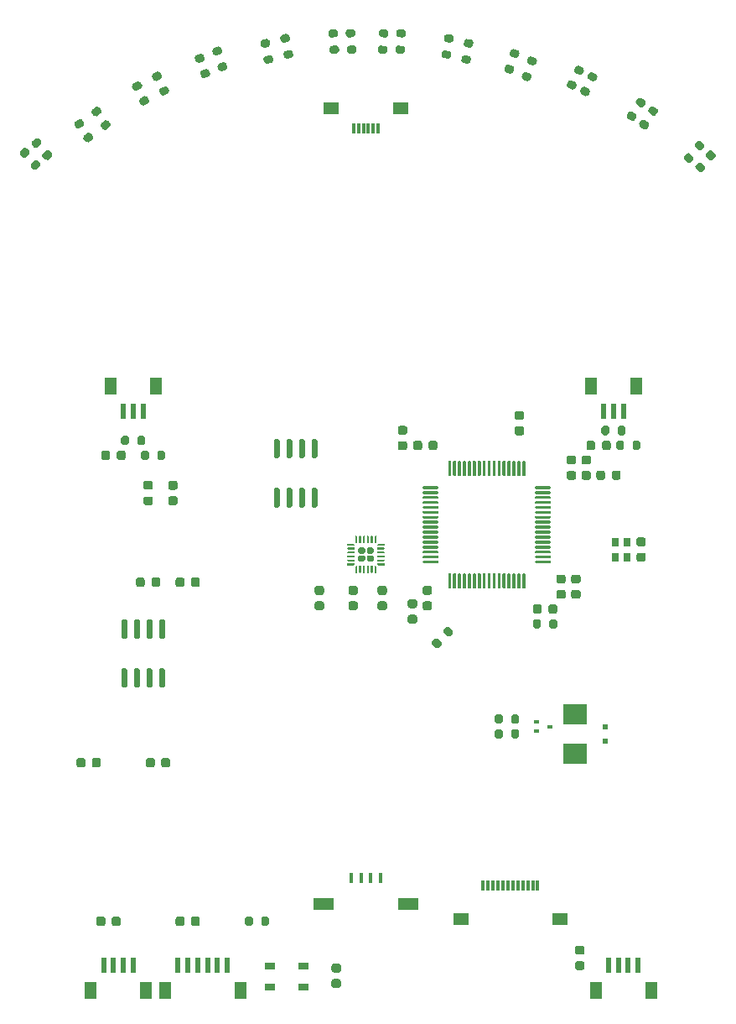
<source format=gtp>
G04 #@! TF.GenerationSoftware,KiCad,Pcbnew,(5.1.10)-1*
G04 #@! TF.CreationDate,2022-02-06T13:53:09+09:00*
G04 #@! TF.ProjectId,Main,4d61696e-2e6b-4696-9361-645f70636258,rev?*
G04 #@! TF.SameCoordinates,Original*
G04 #@! TF.FileFunction,Paste,Top*
G04 #@! TF.FilePolarity,Positive*
%FSLAX46Y46*%
G04 Gerber Fmt 4.6, Leading zero omitted, Abs format (unit mm)*
G04 Created by KiCad (PCBNEW (5.1.10)-1) date 2022-02-06 13:53:09*
%MOMM*%
%LPD*%
G01*
G04 APERTURE LIST*
%ADD10R,2.400000X2.000000*%
%ADD11C,0.100000*%
%ADD12R,1.650000X1.300000*%
%ADD13R,0.300000X1.000000*%
%ADD14R,0.500000X0.530000*%
%ADD15R,0.600000X1.550000*%
%ADD16R,1.200000X1.800000*%
%ADD17R,2.000000X1.300000*%
%ADD18R,0.400000X1.000000*%
%ADD19R,0.510000X0.400000*%
%ADD20R,1.050000X0.650000*%
%ADD21R,0.800000X0.900000*%
G04 APERTURE END LIST*
D10*
X21100000Y-20100000D03*
X21100000Y-16100000D03*
G36*
G01*
X18650000Y-675000D02*
X18650000Y-825000D01*
G75*
G02*
X18575000Y-900000I-75000J0D01*
G01*
X17175000Y-900000D01*
G75*
G02*
X17100000Y-825000I0J75000D01*
G01*
X17100000Y-675000D01*
G75*
G02*
X17175000Y-600000I75000J0D01*
G01*
X18575000Y-600000D01*
G75*
G02*
X18650000Y-675000I0J-75000D01*
G01*
G37*
G36*
G01*
X18650000Y-175000D02*
X18650000Y-325000D01*
G75*
G02*
X18575000Y-400000I-75000J0D01*
G01*
X17175000Y-400000D01*
G75*
G02*
X17100000Y-325000I0J75000D01*
G01*
X17100000Y-175000D01*
G75*
G02*
X17175000Y-100000I75000J0D01*
G01*
X18575000Y-100000D01*
G75*
G02*
X18650000Y-175000I0J-75000D01*
G01*
G37*
G36*
G01*
X18650000Y325000D02*
X18650000Y175000D01*
G75*
G02*
X18575000Y100000I-75000J0D01*
G01*
X17175000Y100000D01*
G75*
G02*
X17100000Y175000I0J75000D01*
G01*
X17100000Y325000D01*
G75*
G02*
X17175000Y400000I75000J0D01*
G01*
X18575000Y400000D01*
G75*
G02*
X18650000Y325000I0J-75000D01*
G01*
G37*
G36*
G01*
X18650000Y825000D02*
X18650000Y675000D01*
G75*
G02*
X18575000Y600000I-75000J0D01*
G01*
X17175000Y600000D01*
G75*
G02*
X17100000Y675000I0J75000D01*
G01*
X17100000Y825000D01*
G75*
G02*
X17175000Y900000I75000J0D01*
G01*
X18575000Y900000D01*
G75*
G02*
X18650000Y825000I0J-75000D01*
G01*
G37*
G36*
G01*
X18650000Y1325000D02*
X18650000Y1175000D01*
G75*
G02*
X18575000Y1100000I-75000J0D01*
G01*
X17175000Y1100000D01*
G75*
G02*
X17100000Y1175000I0J75000D01*
G01*
X17100000Y1325000D01*
G75*
G02*
X17175000Y1400000I75000J0D01*
G01*
X18575000Y1400000D01*
G75*
G02*
X18650000Y1325000I0J-75000D01*
G01*
G37*
G36*
G01*
X18650000Y1825000D02*
X18650000Y1675000D01*
G75*
G02*
X18575000Y1600000I-75000J0D01*
G01*
X17175000Y1600000D01*
G75*
G02*
X17100000Y1675000I0J75000D01*
G01*
X17100000Y1825000D01*
G75*
G02*
X17175000Y1900000I75000J0D01*
G01*
X18575000Y1900000D01*
G75*
G02*
X18650000Y1825000I0J-75000D01*
G01*
G37*
G36*
G01*
X18650000Y2325000D02*
X18650000Y2175000D01*
G75*
G02*
X18575000Y2100000I-75000J0D01*
G01*
X17175000Y2100000D01*
G75*
G02*
X17100000Y2175000I0J75000D01*
G01*
X17100000Y2325000D01*
G75*
G02*
X17175000Y2400000I75000J0D01*
G01*
X18575000Y2400000D01*
G75*
G02*
X18650000Y2325000I0J-75000D01*
G01*
G37*
G36*
G01*
X18650000Y2825000D02*
X18650000Y2675000D01*
G75*
G02*
X18575000Y2600000I-75000J0D01*
G01*
X17175000Y2600000D01*
G75*
G02*
X17100000Y2675000I0J75000D01*
G01*
X17100000Y2825000D01*
G75*
G02*
X17175000Y2900000I75000J0D01*
G01*
X18575000Y2900000D01*
G75*
G02*
X18650000Y2825000I0J-75000D01*
G01*
G37*
G36*
G01*
X18650000Y3325000D02*
X18650000Y3175000D01*
G75*
G02*
X18575000Y3100000I-75000J0D01*
G01*
X17175000Y3100000D01*
G75*
G02*
X17100000Y3175000I0J75000D01*
G01*
X17100000Y3325000D01*
G75*
G02*
X17175000Y3400000I75000J0D01*
G01*
X18575000Y3400000D01*
G75*
G02*
X18650000Y3325000I0J-75000D01*
G01*
G37*
G36*
G01*
X18650000Y3825000D02*
X18650000Y3675000D01*
G75*
G02*
X18575000Y3600000I-75000J0D01*
G01*
X17175000Y3600000D01*
G75*
G02*
X17100000Y3675000I0J75000D01*
G01*
X17100000Y3825000D01*
G75*
G02*
X17175000Y3900000I75000J0D01*
G01*
X18575000Y3900000D01*
G75*
G02*
X18650000Y3825000I0J-75000D01*
G01*
G37*
G36*
G01*
X18650000Y4325000D02*
X18650000Y4175000D01*
G75*
G02*
X18575000Y4100000I-75000J0D01*
G01*
X17175000Y4100000D01*
G75*
G02*
X17100000Y4175000I0J75000D01*
G01*
X17100000Y4325000D01*
G75*
G02*
X17175000Y4400000I75000J0D01*
G01*
X18575000Y4400000D01*
G75*
G02*
X18650000Y4325000I0J-75000D01*
G01*
G37*
G36*
G01*
X18650000Y4825000D02*
X18650000Y4675000D01*
G75*
G02*
X18575000Y4600000I-75000J0D01*
G01*
X17175000Y4600000D01*
G75*
G02*
X17100000Y4675000I0J75000D01*
G01*
X17100000Y4825000D01*
G75*
G02*
X17175000Y4900000I75000J0D01*
G01*
X18575000Y4900000D01*
G75*
G02*
X18650000Y4825000I0J-75000D01*
G01*
G37*
G36*
G01*
X18650000Y5325000D02*
X18650000Y5175000D01*
G75*
G02*
X18575000Y5100000I-75000J0D01*
G01*
X17175000Y5100000D01*
G75*
G02*
X17100000Y5175000I0J75000D01*
G01*
X17100000Y5325000D01*
G75*
G02*
X17175000Y5400000I75000J0D01*
G01*
X18575000Y5400000D01*
G75*
G02*
X18650000Y5325000I0J-75000D01*
G01*
G37*
G36*
G01*
X18650000Y5825000D02*
X18650000Y5675000D01*
G75*
G02*
X18575000Y5600000I-75000J0D01*
G01*
X17175000Y5600000D01*
G75*
G02*
X17100000Y5675000I0J75000D01*
G01*
X17100000Y5825000D01*
G75*
G02*
X17175000Y5900000I75000J0D01*
G01*
X18575000Y5900000D01*
G75*
G02*
X18650000Y5825000I0J-75000D01*
G01*
G37*
G36*
G01*
X18650000Y6325000D02*
X18650000Y6175000D01*
G75*
G02*
X18575000Y6100000I-75000J0D01*
G01*
X17175000Y6100000D01*
G75*
G02*
X17100000Y6175000I0J75000D01*
G01*
X17100000Y6325000D01*
G75*
G02*
X17175000Y6400000I75000J0D01*
G01*
X18575000Y6400000D01*
G75*
G02*
X18650000Y6325000I0J-75000D01*
G01*
G37*
G36*
G01*
X18650000Y6825000D02*
X18650000Y6675000D01*
G75*
G02*
X18575000Y6600000I-75000J0D01*
G01*
X17175000Y6600000D01*
G75*
G02*
X17100000Y6675000I0J75000D01*
G01*
X17100000Y6825000D01*
G75*
G02*
X17175000Y6900000I75000J0D01*
G01*
X18575000Y6900000D01*
G75*
G02*
X18650000Y6825000I0J-75000D01*
G01*
G37*
G36*
G01*
X16100000Y9375000D02*
X16100000Y7975000D01*
G75*
G02*
X16025000Y7900000I-75000J0D01*
G01*
X15875000Y7900000D01*
G75*
G02*
X15800000Y7975000I0J75000D01*
G01*
X15800000Y9375000D01*
G75*
G02*
X15875000Y9450000I75000J0D01*
G01*
X16025000Y9450000D01*
G75*
G02*
X16100000Y9375000I0J-75000D01*
G01*
G37*
G36*
G01*
X15600000Y9375000D02*
X15600000Y7975000D01*
G75*
G02*
X15525000Y7900000I-75000J0D01*
G01*
X15375000Y7900000D01*
G75*
G02*
X15300000Y7975000I0J75000D01*
G01*
X15300000Y9375000D01*
G75*
G02*
X15375000Y9450000I75000J0D01*
G01*
X15525000Y9450000D01*
G75*
G02*
X15600000Y9375000I0J-75000D01*
G01*
G37*
G36*
G01*
X15100000Y9375000D02*
X15100000Y7975000D01*
G75*
G02*
X15025000Y7900000I-75000J0D01*
G01*
X14875000Y7900000D01*
G75*
G02*
X14800000Y7975000I0J75000D01*
G01*
X14800000Y9375000D01*
G75*
G02*
X14875000Y9450000I75000J0D01*
G01*
X15025000Y9450000D01*
G75*
G02*
X15100000Y9375000I0J-75000D01*
G01*
G37*
G36*
G01*
X14600000Y9375000D02*
X14600000Y7975000D01*
G75*
G02*
X14525000Y7900000I-75000J0D01*
G01*
X14375000Y7900000D01*
G75*
G02*
X14300000Y7975000I0J75000D01*
G01*
X14300000Y9375000D01*
G75*
G02*
X14375000Y9450000I75000J0D01*
G01*
X14525000Y9450000D01*
G75*
G02*
X14600000Y9375000I0J-75000D01*
G01*
G37*
G36*
G01*
X14100000Y9375000D02*
X14100000Y7975000D01*
G75*
G02*
X14025000Y7900000I-75000J0D01*
G01*
X13875000Y7900000D01*
G75*
G02*
X13800000Y7975000I0J75000D01*
G01*
X13800000Y9375000D01*
G75*
G02*
X13875000Y9450000I75000J0D01*
G01*
X14025000Y9450000D01*
G75*
G02*
X14100000Y9375000I0J-75000D01*
G01*
G37*
G36*
G01*
X13600000Y9375000D02*
X13600000Y7975000D01*
G75*
G02*
X13525000Y7900000I-75000J0D01*
G01*
X13375000Y7900000D01*
G75*
G02*
X13300000Y7975000I0J75000D01*
G01*
X13300000Y9375000D01*
G75*
G02*
X13375000Y9450000I75000J0D01*
G01*
X13525000Y9450000D01*
G75*
G02*
X13600000Y9375000I0J-75000D01*
G01*
G37*
G36*
G01*
X13100000Y9375000D02*
X13100000Y7975000D01*
G75*
G02*
X13025000Y7900000I-75000J0D01*
G01*
X12875000Y7900000D01*
G75*
G02*
X12800000Y7975000I0J75000D01*
G01*
X12800000Y9375000D01*
G75*
G02*
X12875000Y9450000I75000J0D01*
G01*
X13025000Y9450000D01*
G75*
G02*
X13100000Y9375000I0J-75000D01*
G01*
G37*
G36*
G01*
X12600000Y9375000D02*
X12600000Y7975000D01*
G75*
G02*
X12525000Y7900000I-75000J0D01*
G01*
X12375000Y7900000D01*
G75*
G02*
X12300000Y7975000I0J75000D01*
G01*
X12300000Y9375000D01*
G75*
G02*
X12375000Y9450000I75000J0D01*
G01*
X12525000Y9450000D01*
G75*
G02*
X12600000Y9375000I0J-75000D01*
G01*
G37*
G36*
G01*
X12100000Y9375000D02*
X12100000Y7975000D01*
G75*
G02*
X12025000Y7900000I-75000J0D01*
G01*
X11875000Y7900000D01*
G75*
G02*
X11800000Y7975000I0J75000D01*
G01*
X11800000Y9375000D01*
G75*
G02*
X11875000Y9450000I75000J0D01*
G01*
X12025000Y9450000D01*
G75*
G02*
X12100000Y9375000I0J-75000D01*
G01*
G37*
G36*
G01*
X11600000Y9375000D02*
X11600000Y7975000D01*
G75*
G02*
X11525000Y7900000I-75000J0D01*
G01*
X11375000Y7900000D01*
G75*
G02*
X11300000Y7975000I0J75000D01*
G01*
X11300000Y9375000D01*
G75*
G02*
X11375000Y9450000I75000J0D01*
G01*
X11525000Y9450000D01*
G75*
G02*
X11600000Y9375000I0J-75000D01*
G01*
G37*
G36*
G01*
X11100000Y9375000D02*
X11100000Y7975000D01*
G75*
G02*
X11025000Y7900000I-75000J0D01*
G01*
X10875000Y7900000D01*
G75*
G02*
X10800000Y7975000I0J75000D01*
G01*
X10800000Y9375000D01*
G75*
G02*
X10875000Y9450000I75000J0D01*
G01*
X11025000Y9450000D01*
G75*
G02*
X11100000Y9375000I0J-75000D01*
G01*
G37*
G36*
G01*
X10600000Y9375000D02*
X10600000Y7975000D01*
G75*
G02*
X10525000Y7900000I-75000J0D01*
G01*
X10375000Y7900000D01*
G75*
G02*
X10300000Y7975000I0J75000D01*
G01*
X10300000Y9375000D01*
G75*
G02*
X10375000Y9450000I75000J0D01*
G01*
X10525000Y9450000D01*
G75*
G02*
X10600000Y9375000I0J-75000D01*
G01*
G37*
G36*
G01*
X10100000Y9375000D02*
X10100000Y7975000D01*
G75*
G02*
X10025000Y7900000I-75000J0D01*
G01*
X9875000Y7900000D01*
G75*
G02*
X9800000Y7975000I0J75000D01*
G01*
X9800000Y9375000D01*
G75*
G02*
X9875000Y9450000I75000J0D01*
G01*
X10025000Y9450000D01*
G75*
G02*
X10100000Y9375000I0J-75000D01*
G01*
G37*
G36*
G01*
X9600000Y9375000D02*
X9600000Y7975000D01*
G75*
G02*
X9525000Y7900000I-75000J0D01*
G01*
X9375000Y7900000D01*
G75*
G02*
X9300000Y7975000I0J75000D01*
G01*
X9300000Y9375000D01*
G75*
G02*
X9375000Y9450000I75000J0D01*
G01*
X9525000Y9450000D01*
G75*
G02*
X9600000Y9375000I0J-75000D01*
G01*
G37*
G36*
G01*
X9100000Y9375000D02*
X9100000Y7975000D01*
G75*
G02*
X9025000Y7900000I-75000J0D01*
G01*
X8875000Y7900000D01*
G75*
G02*
X8800000Y7975000I0J75000D01*
G01*
X8800000Y9375000D01*
G75*
G02*
X8875000Y9450000I75000J0D01*
G01*
X9025000Y9450000D01*
G75*
G02*
X9100000Y9375000I0J-75000D01*
G01*
G37*
G36*
G01*
X8600000Y9375000D02*
X8600000Y7975000D01*
G75*
G02*
X8525000Y7900000I-75000J0D01*
G01*
X8375000Y7900000D01*
G75*
G02*
X8300000Y7975000I0J75000D01*
G01*
X8300000Y9375000D01*
G75*
G02*
X8375000Y9450000I75000J0D01*
G01*
X8525000Y9450000D01*
G75*
G02*
X8600000Y9375000I0J-75000D01*
G01*
G37*
G36*
G01*
X7300000Y6825000D02*
X7300000Y6675000D01*
G75*
G02*
X7225000Y6600000I-75000J0D01*
G01*
X5825000Y6600000D01*
G75*
G02*
X5750000Y6675000I0J75000D01*
G01*
X5750000Y6825000D01*
G75*
G02*
X5825000Y6900000I75000J0D01*
G01*
X7225000Y6900000D01*
G75*
G02*
X7300000Y6825000I0J-75000D01*
G01*
G37*
G36*
G01*
X7300000Y6325000D02*
X7300000Y6175000D01*
G75*
G02*
X7225000Y6100000I-75000J0D01*
G01*
X5825000Y6100000D01*
G75*
G02*
X5750000Y6175000I0J75000D01*
G01*
X5750000Y6325000D01*
G75*
G02*
X5825000Y6400000I75000J0D01*
G01*
X7225000Y6400000D01*
G75*
G02*
X7300000Y6325000I0J-75000D01*
G01*
G37*
G36*
G01*
X7300000Y5825000D02*
X7300000Y5675000D01*
G75*
G02*
X7225000Y5600000I-75000J0D01*
G01*
X5825000Y5600000D01*
G75*
G02*
X5750000Y5675000I0J75000D01*
G01*
X5750000Y5825000D01*
G75*
G02*
X5825000Y5900000I75000J0D01*
G01*
X7225000Y5900000D01*
G75*
G02*
X7300000Y5825000I0J-75000D01*
G01*
G37*
G36*
G01*
X7300000Y5325000D02*
X7300000Y5175000D01*
G75*
G02*
X7225000Y5100000I-75000J0D01*
G01*
X5825000Y5100000D01*
G75*
G02*
X5750000Y5175000I0J75000D01*
G01*
X5750000Y5325000D01*
G75*
G02*
X5825000Y5400000I75000J0D01*
G01*
X7225000Y5400000D01*
G75*
G02*
X7300000Y5325000I0J-75000D01*
G01*
G37*
G36*
G01*
X7300000Y4825000D02*
X7300000Y4675000D01*
G75*
G02*
X7225000Y4600000I-75000J0D01*
G01*
X5825000Y4600000D01*
G75*
G02*
X5750000Y4675000I0J75000D01*
G01*
X5750000Y4825000D01*
G75*
G02*
X5825000Y4900000I75000J0D01*
G01*
X7225000Y4900000D01*
G75*
G02*
X7300000Y4825000I0J-75000D01*
G01*
G37*
G36*
G01*
X7300000Y4325000D02*
X7300000Y4175000D01*
G75*
G02*
X7225000Y4100000I-75000J0D01*
G01*
X5825000Y4100000D01*
G75*
G02*
X5750000Y4175000I0J75000D01*
G01*
X5750000Y4325000D01*
G75*
G02*
X5825000Y4400000I75000J0D01*
G01*
X7225000Y4400000D01*
G75*
G02*
X7300000Y4325000I0J-75000D01*
G01*
G37*
G36*
G01*
X7300000Y3825000D02*
X7300000Y3675000D01*
G75*
G02*
X7225000Y3600000I-75000J0D01*
G01*
X5825000Y3600000D01*
G75*
G02*
X5750000Y3675000I0J75000D01*
G01*
X5750000Y3825000D01*
G75*
G02*
X5825000Y3900000I75000J0D01*
G01*
X7225000Y3900000D01*
G75*
G02*
X7300000Y3825000I0J-75000D01*
G01*
G37*
G36*
G01*
X7300000Y3325000D02*
X7300000Y3175000D01*
G75*
G02*
X7225000Y3100000I-75000J0D01*
G01*
X5825000Y3100000D01*
G75*
G02*
X5750000Y3175000I0J75000D01*
G01*
X5750000Y3325000D01*
G75*
G02*
X5825000Y3400000I75000J0D01*
G01*
X7225000Y3400000D01*
G75*
G02*
X7300000Y3325000I0J-75000D01*
G01*
G37*
G36*
G01*
X7300000Y2825000D02*
X7300000Y2675000D01*
G75*
G02*
X7225000Y2600000I-75000J0D01*
G01*
X5825000Y2600000D01*
G75*
G02*
X5750000Y2675000I0J75000D01*
G01*
X5750000Y2825000D01*
G75*
G02*
X5825000Y2900000I75000J0D01*
G01*
X7225000Y2900000D01*
G75*
G02*
X7300000Y2825000I0J-75000D01*
G01*
G37*
G36*
G01*
X7300000Y2325000D02*
X7300000Y2175000D01*
G75*
G02*
X7225000Y2100000I-75000J0D01*
G01*
X5825000Y2100000D01*
G75*
G02*
X5750000Y2175000I0J75000D01*
G01*
X5750000Y2325000D01*
G75*
G02*
X5825000Y2400000I75000J0D01*
G01*
X7225000Y2400000D01*
G75*
G02*
X7300000Y2325000I0J-75000D01*
G01*
G37*
G36*
G01*
X7300000Y1825000D02*
X7300000Y1675000D01*
G75*
G02*
X7225000Y1600000I-75000J0D01*
G01*
X5825000Y1600000D01*
G75*
G02*
X5750000Y1675000I0J75000D01*
G01*
X5750000Y1825000D01*
G75*
G02*
X5825000Y1900000I75000J0D01*
G01*
X7225000Y1900000D01*
G75*
G02*
X7300000Y1825000I0J-75000D01*
G01*
G37*
G36*
G01*
X7300000Y1325000D02*
X7300000Y1175000D01*
G75*
G02*
X7225000Y1100000I-75000J0D01*
G01*
X5825000Y1100000D01*
G75*
G02*
X5750000Y1175000I0J75000D01*
G01*
X5750000Y1325000D01*
G75*
G02*
X5825000Y1400000I75000J0D01*
G01*
X7225000Y1400000D01*
G75*
G02*
X7300000Y1325000I0J-75000D01*
G01*
G37*
G36*
G01*
X7300000Y825000D02*
X7300000Y675000D01*
G75*
G02*
X7225000Y600000I-75000J0D01*
G01*
X5825000Y600000D01*
G75*
G02*
X5750000Y675000I0J75000D01*
G01*
X5750000Y825000D01*
G75*
G02*
X5825000Y900000I75000J0D01*
G01*
X7225000Y900000D01*
G75*
G02*
X7300000Y825000I0J-75000D01*
G01*
G37*
G36*
G01*
X7300000Y325000D02*
X7300000Y175000D01*
G75*
G02*
X7225000Y100000I-75000J0D01*
G01*
X5825000Y100000D01*
G75*
G02*
X5750000Y175000I0J75000D01*
G01*
X5750000Y325000D01*
G75*
G02*
X5825000Y400000I75000J0D01*
G01*
X7225000Y400000D01*
G75*
G02*
X7300000Y325000I0J-75000D01*
G01*
G37*
G36*
G01*
X7300000Y-175000D02*
X7300000Y-325000D01*
G75*
G02*
X7225000Y-400000I-75000J0D01*
G01*
X5825000Y-400000D01*
G75*
G02*
X5750000Y-325000I0J75000D01*
G01*
X5750000Y-175000D01*
G75*
G02*
X5825000Y-100000I75000J0D01*
G01*
X7225000Y-100000D01*
G75*
G02*
X7300000Y-175000I0J-75000D01*
G01*
G37*
G36*
G01*
X7300000Y-675000D02*
X7300000Y-825000D01*
G75*
G02*
X7225000Y-900000I-75000J0D01*
G01*
X5825000Y-900000D01*
G75*
G02*
X5750000Y-825000I0J75000D01*
G01*
X5750000Y-675000D01*
G75*
G02*
X5825000Y-600000I75000J0D01*
G01*
X7225000Y-600000D01*
G75*
G02*
X7300000Y-675000I0J-75000D01*
G01*
G37*
G36*
G01*
X8600000Y-1975000D02*
X8600000Y-3375000D01*
G75*
G02*
X8525000Y-3450000I-75000J0D01*
G01*
X8375000Y-3450000D01*
G75*
G02*
X8300000Y-3375000I0J75000D01*
G01*
X8300000Y-1975000D01*
G75*
G02*
X8375000Y-1900000I75000J0D01*
G01*
X8525000Y-1900000D01*
G75*
G02*
X8600000Y-1975000I0J-75000D01*
G01*
G37*
G36*
G01*
X9100000Y-1975000D02*
X9100000Y-3375000D01*
G75*
G02*
X9025000Y-3450000I-75000J0D01*
G01*
X8875000Y-3450000D01*
G75*
G02*
X8800000Y-3375000I0J75000D01*
G01*
X8800000Y-1975000D01*
G75*
G02*
X8875000Y-1900000I75000J0D01*
G01*
X9025000Y-1900000D01*
G75*
G02*
X9100000Y-1975000I0J-75000D01*
G01*
G37*
G36*
G01*
X9600000Y-1975000D02*
X9600000Y-3375000D01*
G75*
G02*
X9525000Y-3450000I-75000J0D01*
G01*
X9375000Y-3450000D01*
G75*
G02*
X9300000Y-3375000I0J75000D01*
G01*
X9300000Y-1975000D01*
G75*
G02*
X9375000Y-1900000I75000J0D01*
G01*
X9525000Y-1900000D01*
G75*
G02*
X9600000Y-1975000I0J-75000D01*
G01*
G37*
G36*
G01*
X10100000Y-1975000D02*
X10100000Y-3375000D01*
G75*
G02*
X10025000Y-3450000I-75000J0D01*
G01*
X9875000Y-3450000D01*
G75*
G02*
X9800000Y-3375000I0J75000D01*
G01*
X9800000Y-1975000D01*
G75*
G02*
X9875000Y-1900000I75000J0D01*
G01*
X10025000Y-1900000D01*
G75*
G02*
X10100000Y-1975000I0J-75000D01*
G01*
G37*
G36*
G01*
X10600000Y-1975000D02*
X10600000Y-3375000D01*
G75*
G02*
X10525000Y-3450000I-75000J0D01*
G01*
X10375000Y-3450000D01*
G75*
G02*
X10300000Y-3375000I0J75000D01*
G01*
X10300000Y-1975000D01*
G75*
G02*
X10375000Y-1900000I75000J0D01*
G01*
X10525000Y-1900000D01*
G75*
G02*
X10600000Y-1975000I0J-75000D01*
G01*
G37*
G36*
G01*
X11100000Y-1975000D02*
X11100000Y-3375000D01*
G75*
G02*
X11025000Y-3450000I-75000J0D01*
G01*
X10875000Y-3450000D01*
G75*
G02*
X10800000Y-3375000I0J75000D01*
G01*
X10800000Y-1975000D01*
G75*
G02*
X10875000Y-1900000I75000J0D01*
G01*
X11025000Y-1900000D01*
G75*
G02*
X11100000Y-1975000I0J-75000D01*
G01*
G37*
G36*
G01*
X11600000Y-1975000D02*
X11600000Y-3375000D01*
G75*
G02*
X11525000Y-3450000I-75000J0D01*
G01*
X11375000Y-3450000D01*
G75*
G02*
X11300000Y-3375000I0J75000D01*
G01*
X11300000Y-1975000D01*
G75*
G02*
X11375000Y-1900000I75000J0D01*
G01*
X11525000Y-1900000D01*
G75*
G02*
X11600000Y-1975000I0J-75000D01*
G01*
G37*
G36*
G01*
X12100000Y-1975000D02*
X12100000Y-3375000D01*
G75*
G02*
X12025000Y-3450000I-75000J0D01*
G01*
X11875000Y-3450000D01*
G75*
G02*
X11800000Y-3375000I0J75000D01*
G01*
X11800000Y-1975000D01*
G75*
G02*
X11875000Y-1900000I75000J0D01*
G01*
X12025000Y-1900000D01*
G75*
G02*
X12100000Y-1975000I0J-75000D01*
G01*
G37*
G36*
G01*
X12600000Y-1975000D02*
X12600000Y-3375000D01*
G75*
G02*
X12525000Y-3450000I-75000J0D01*
G01*
X12375000Y-3450000D01*
G75*
G02*
X12300000Y-3375000I0J75000D01*
G01*
X12300000Y-1975000D01*
G75*
G02*
X12375000Y-1900000I75000J0D01*
G01*
X12525000Y-1900000D01*
G75*
G02*
X12600000Y-1975000I0J-75000D01*
G01*
G37*
G36*
G01*
X13100000Y-1975000D02*
X13100000Y-3375000D01*
G75*
G02*
X13025000Y-3450000I-75000J0D01*
G01*
X12875000Y-3450000D01*
G75*
G02*
X12800000Y-3375000I0J75000D01*
G01*
X12800000Y-1975000D01*
G75*
G02*
X12875000Y-1900000I75000J0D01*
G01*
X13025000Y-1900000D01*
G75*
G02*
X13100000Y-1975000I0J-75000D01*
G01*
G37*
G36*
G01*
X13600000Y-1975000D02*
X13600000Y-3375000D01*
G75*
G02*
X13525000Y-3450000I-75000J0D01*
G01*
X13375000Y-3450000D01*
G75*
G02*
X13300000Y-3375000I0J75000D01*
G01*
X13300000Y-1975000D01*
G75*
G02*
X13375000Y-1900000I75000J0D01*
G01*
X13525000Y-1900000D01*
G75*
G02*
X13600000Y-1975000I0J-75000D01*
G01*
G37*
G36*
G01*
X14100000Y-1975000D02*
X14100000Y-3375000D01*
G75*
G02*
X14025000Y-3450000I-75000J0D01*
G01*
X13875000Y-3450000D01*
G75*
G02*
X13800000Y-3375000I0J75000D01*
G01*
X13800000Y-1975000D01*
G75*
G02*
X13875000Y-1900000I75000J0D01*
G01*
X14025000Y-1900000D01*
G75*
G02*
X14100000Y-1975000I0J-75000D01*
G01*
G37*
G36*
G01*
X14600000Y-1975000D02*
X14600000Y-3375000D01*
G75*
G02*
X14525000Y-3450000I-75000J0D01*
G01*
X14375000Y-3450000D01*
G75*
G02*
X14300000Y-3375000I0J75000D01*
G01*
X14300000Y-1975000D01*
G75*
G02*
X14375000Y-1900000I75000J0D01*
G01*
X14525000Y-1900000D01*
G75*
G02*
X14600000Y-1975000I0J-75000D01*
G01*
G37*
G36*
G01*
X15100000Y-1975000D02*
X15100000Y-3375000D01*
G75*
G02*
X15025000Y-3450000I-75000J0D01*
G01*
X14875000Y-3450000D01*
G75*
G02*
X14800000Y-3375000I0J75000D01*
G01*
X14800000Y-1975000D01*
G75*
G02*
X14875000Y-1900000I75000J0D01*
G01*
X15025000Y-1900000D01*
G75*
G02*
X15100000Y-1975000I0J-75000D01*
G01*
G37*
G36*
G01*
X15600000Y-1975000D02*
X15600000Y-3375000D01*
G75*
G02*
X15525000Y-3450000I-75000J0D01*
G01*
X15375000Y-3450000D01*
G75*
G02*
X15300000Y-3375000I0J75000D01*
G01*
X15300000Y-1975000D01*
G75*
G02*
X15375000Y-1900000I75000J0D01*
G01*
X15525000Y-1900000D01*
G75*
G02*
X15600000Y-1975000I0J-75000D01*
G01*
G37*
G36*
G01*
X16100000Y-1975000D02*
X16100000Y-3375000D01*
G75*
G02*
X16025000Y-3450000I-75000J0D01*
G01*
X15875000Y-3450000D01*
G75*
G02*
X15800000Y-3375000I0J75000D01*
G01*
X15800000Y-1975000D01*
G75*
G02*
X15875000Y-1900000I75000J0D01*
G01*
X16025000Y-1900000D01*
G75*
G02*
X16100000Y-1975000I0J-75000D01*
G01*
G37*
G36*
G01*
X8584798Y51629684D02*
X8040840Y51710979D01*
G75*
G02*
X7872599Y51938344I29562J197803D01*
G01*
X7931723Y52333951D01*
G75*
G02*
X8159088Y52502192I197803J-29562D01*
G01*
X8703046Y52420897D01*
G75*
G02*
X8871287Y52193532I-29562J-197803D01*
G01*
X8812163Y51797925D01*
G75*
G02*
X8584798Y51629684I-197803J29562D01*
G01*
G37*
G36*
G01*
X8340912Y49997808D02*
X7796954Y50079103D01*
G75*
G02*
X7628713Y50306468I29562J197803D01*
G01*
X7687837Y50702075D01*
G75*
G02*
X7915202Y50870316I197803J-29562D01*
G01*
X8459160Y50789021D01*
G75*
G02*
X8627401Y50561656I-29562J-197803D01*
G01*
X8568277Y50166049D01*
G75*
G02*
X8340912Y49997808I-197803J29562D01*
G01*
G37*
G36*
G01*
X85000Y-560000D02*
X85000Y-240000D01*
G75*
G02*
X245000Y-80000I160000J0D01*
G01*
X635000Y-80000D01*
G75*
G02*
X795000Y-240000I0J-160000D01*
G01*
X795000Y-560000D01*
G75*
G02*
X635000Y-720000I-160000J0D01*
G01*
X245000Y-720000D01*
G75*
G02*
X85000Y-560000I0J160000D01*
G01*
G37*
G36*
G01*
X85000Y240000D02*
X85000Y560000D01*
G75*
G02*
X245000Y720000I160000J0D01*
G01*
X635000Y720000D01*
G75*
G02*
X795000Y560000I0J-160000D01*
G01*
X795000Y240000D01*
G75*
G02*
X635000Y80000I-160000J0D01*
G01*
X245000Y80000D01*
G75*
G02*
X85000Y240000I0J160000D01*
G01*
G37*
G36*
G01*
X-795000Y-560000D02*
X-795000Y-240000D01*
G75*
G02*
X-635000Y-80000I160000J0D01*
G01*
X-245000Y-80000D01*
G75*
G02*
X-85000Y-240000I0J-160000D01*
G01*
X-85000Y-560000D01*
G75*
G02*
X-245000Y-720000I-160000J0D01*
G01*
X-635000Y-720000D01*
G75*
G02*
X-795000Y-560000I0J160000D01*
G01*
G37*
G36*
G01*
X-795000Y240000D02*
X-795000Y560000D01*
G75*
G02*
X-635000Y720000I160000J0D01*
G01*
X-245000Y720000D01*
G75*
G02*
X-85000Y560000I0J-160000D01*
G01*
X-85000Y240000D01*
G75*
G02*
X-245000Y80000I-160000J0D01*
G01*
X-635000Y80000D01*
G75*
G02*
X-795000Y240000I0J160000D01*
G01*
G37*
D11*
G36*
X-932196Y1874231D02*
G01*
X-924693Y1871955D01*
X-917777Y1868259D01*
X-911716Y1863284D01*
X-906741Y1857223D01*
X-903045Y1850307D01*
X-900769Y1842804D01*
X-900000Y1835000D01*
X-900000Y1165000D01*
X-900769Y1157196D01*
X-903045Y1149693D01*
X-906741Y1142777D01*
X-911716Y1136716D01*
X-917777Y1131741D01*
X-924693Y1128045D01*
X-932196Y1125769D01*
X-940000Y1125000D01*
X-963431Y1125000D01*
X-971235Y1125769D01*
X-978738Y1128045D01*
X-985654Y1131741D01*
X-991715Y1136716D01*
X-1088284Y1233285D01*
X-1093259Y1239346D01*
X-1096955Y1246262D01*
X-1099231Y1253765D01*
X-1100000Y1261569D01*
X-1100000Y1835000D01*
X-1099231Y1842804D01*
X-1096955Y1850307D01*
X-1093259Y1857223D01*
X-1088284Y1863284D01*
X-1082223Y1868259D01*
X-1075307Y1871955D01*
X-1067804Y1874231D01*
X-1060000Y1875000D01*
X-940000Y1875000D01*
X-932196Y1874231D01*
G37*
G36*
G01*
X-700000Y1175000D02*
X-700000Y1825000D01*
G75*
G02*
X-650000Y1875000I50000J0D01*
G01*
X-550000Y1875000D01*
G75*
G02*
X-500000Y1825000I0J-50000D01*
G01*
X-500000Y1175000D01*
G75*
G02*
X-550000Y1125000I-50000J0D01*
G01*
X-650000Y1125000D01*
G75*
G02*
X-700000Y1175000I0J50000D01*
G01*
G37*
G36*
G01*
X-300000Y1175000D02*
X-300000Y1825000D01*
G75*
G02*
X-250000Y1875000I50000J0D01*
G01*
X-150000Y1875000D01*
G75*
G02*
X-100000Y1825000I0J-50000D01*
G01*
X-100000Y1175000D01*
G75*
G02*
X-150000Y1125000I-50000J0D01*
G01*
X-250000Y1125000D01*
G75*
G02*
X-300000Y1175000I0J50000D01*
G01*
G37*
G36*
G01*
X100000Y1175000D02*
X100000Y1825000D01*
G75*
G02*
X150000Y1875000I50000J0D01*
G01*
X250000Y1875000D01*
G75*
G02*
X300000Y1825000I0J-50000D01*
G01*
X300000Y1175000D01*
G75*
G02*
X250000Y1125000I-50000J0D01*
G01*
X150000Y1125000D01*
G75*
G02*
X100000Y1175000I0J50000D01*
G01*
G37*
G36*
G01*
X500000Y1175000D02*
X500000Y1825000D01*
G75*
G02*
X550000Y1875000I50000J0D01*
G01*
X650000Y1875000D01*
G75*
G02*
X700000Y1825000I0J-50000D01*
G01*
X700000Y1175000D01*
G75*
G02*
X650000Y1125000I-50000J0D01*
G01*
X550000Y1125000D01*
G75*
G02*
X500000Y1175000I0J50000D01*
G01*
G37*
G36*
X1067804Y1874231D02*
G01*
X1075307Y1871955D01*
X1082223Y1868259D01*
X1088284Y1863284D01*
X1093259Y1857223D01*
X1096955Y1850307D01*
X1099231Y1842804D01*
X1100000Y1835000D01*
X1100000Y1261569D01*
X1099231Y1253765D01*
X1096955Y1246262D01*
X1093259Y1239346D01*
X1088284Y1233285D01*
X991715Y1136716D01*
X985654Y1131741D01*
X978738Y1128045D01*
X971235Y1125769D01*
X963431Y1125000D01*
X940000Y1125000D01*
X932196Y1125769D01*
X924693Y1128045D01*
X917777Y1131741D01*
X911716Y1136716D01*
X906741Y1142777D01*
X903045Y1149693D01*
X900769Y1157196D01*
X900000Y1165000D01*
X900000Y1835000D01*
X900769Y1842804D01*
X903045Y1850307D01*
X906741Y1857223D01*
X911716Y1863284D01*
X917777Y1868259D01*
X924693Y1871955D01*
X932196Y1874231D01*
X940000Y1875000D01*
X1060000Y1875000D01*
X1067804Y1874231D01*
G37*
G36*
X1842804Y1099231D02*
G01*
X1850307Y1096955D01*
X1857223Y1093259D01*
X1863284Y1088284D01*
X1868259Y1082223D01*
X1871955Y1075307D01*
X1874231Y1067804D01*
X1875000Y1060000D01*
X1875000Y940000D01*
X1874231Y932196D01*
X1871955Y924693D01*
X1868259Y917777D01*
X1863284Y911716D01*
X1857223Y906741D01*
X1850307Y903045D01*
X1842804Y900769D01*
X1835000Y900000D01*
X1165000Y900000D01*
X1157196Y900769D01*
X1149693Y903045D01*
X1142777Y906741D01*
X1136716Y911716D01*
X1131741Y917777D01*
X1128045Y924693D01*
X1125769Y932196D01*
X1125000Y940000D01*
X1125000Y963431D01*
X1125769Y971235D01*
X1128045Y978738D01*
X1131741Y985654D01*
X1136716Y991715D01*
X1233285Y1088284D01*
X1239346Y1093259D01*
X1246262Y1096955D01*
X1253765Y1099231D01*
X1261569Y1100000D01*
X1835000Y1100000D01*
X1842804Y1099231D01*
G37*
G36*
G01*
X1125000Y550000D02*
X1125000Y650000D01*
G75*
G02*
X1175000Y700000I50000J0D01*
G01*
X1825000Y700000D01*
G75*
G02*
X1875000Y650000I0J-50000D01*
G01*
X1875000Y550000D01*
G75*
G02*
X1825000Y500000I-50000J0D01*
G01*
X1175000Y500000D01*
G75*
G02*
X1125000Y550000I0J50000D01*
G01*
G37*
G36*
G01*
X1125000Y150000D02*
X1125000Y250000D01*
G75*
G02*
X1175000Y300000I50000J0D01*
G01*
X1825000Y300000D01*
G75*
G02*
X1875000Y250000I0J-50000D01*
G01*
X1875000Y150000D01*
G75*
G02*
X1825000Y100000I-50000J0D01*
G01*
X1175000Y100000D01*
G75*
G02*
X1125000Y150000I0J50000D01*
G01*
G37*
G36*
G01*
X1125000Y-250000D02*
X1125000Y-150000D01*
G75*
G02*
X1175000Y-100000I50000J0D01*
G01*
X1825000Y-100000D01*
G75*
G02*
X1875000Y-150000I0J-50000D01*
G01*
X1875000Y-250000D01*
G75*
G02*
X1825000Y-300000I-50000J0D01*
G01*
X1175000Y-300000D01*
G75*
G02*
X1125000Y-250000I0J50000D01*
G01*
G37*
G36*
G01*
X1125000Y-650000D02*
X1125000Y-550000D01*
G75*
G02*
X1175000Y-500000I50000J0D01*
G01*
X1825000Y-500000D01*
G75*
G02*
X1875000Y-550000I0J-50000D01*
G01*
X1875000Y-650000D01*
G75*
G02*
X1825000Y-700000I-50000J0D01*
G01*
X1175000Y-700000D01*
G75*
G02*
X1125000Y-650000I0J50000D01*
G01*
G37*
G36*
X1842804Y-900769D02*
G01*
X1850307Y-903045D01*
X1857223Y-906741D01*
X1863284Y-911716D01*
X1868259Y-917777D01*
X1871955Y-924693D01*
X1874231Y-932196D01*
X1875000Y-940000D01*
X1875000Y-1060000D01*
X1874231Y-1067804D01*
X1871955Y-1075307D01*
X1868259Y-1082223D01*
X1863284Y-1088284D01*
X1857223Y-1093259D01*
X1850307Y-1096955D01*
X1842804Y-1099231D01*
X1835000Y-1100000D01*
X1261569Y-1100000D01*
X1253765Y-1099231D01*
X1246262Y-1096955D01*
X1239346Y-1093259D01*
X1233285Y-1088284D01*
X1136716Y-991715D01*
X1131741Y-985654D01*
X1128045Y-978738D01*
X1125769Y-971235D01*
X1125000Y-963431D01*
X1125000Y-940000D01*
X1125769Y-932196D01*
X1128045Y-924693D01*
X1131741Y-917777D01*
X1136716Y-911716D01*
X1142777Y-906741D01*
X1149693Y-903045D01*
X1157196Y-900769D01*
X1165000Y-900000D01*
X1835000Y-900000D01*
X1842804Y-900769D01*
G37*
G36*
X971235Y-1125769D02*
G01*
X978738Y-1128045D01*
X985654Y-1131741D01*
X991715Y-1136716D01*
X1088284Y-1233285D01*
X1093259Y-1239346D01*
X1096955Y-1246262D01*
X1099231Y-1253765D01*
X1100000Y-1261569D01*
X1100000Y-1835000D01*
X1099231Y-1842804D01*
X1096955Y-1850307D01*
X1093259Y-1857223D01*
X1088284Y-1863284D01*
X1082223Y-1868259D01*
X1075307Y-1871955D01*
X1067804Y-1874231D01*
X1060000Y-1875000D01*
X940000Y-1875000D01*
X932196Y-1874231D01*
X924693Y-1871955D01*
X917777Y-1868259D01*
X911716Y-1863284D01*
X906741Y-1857223D01*
X903045Y-1850307D01*
X900769Y-1842804D01*
X900000Y-1835000D01*
X900000Y-1165000D01*
X900769Y-1157196D01*
X903045Y-1149693D01*
X906741Y-1142777D01*
X911716Y-1136716D01*
X917777Y-1131741D01*
X924693Y-1128045D01*
X932196Y-1125769D01*
X940000Y-1125000D01*
X963431Y-1125000D01*
X971235Y-1125769D01*
G37*
G36*
G01*
X500000Y-1825000D02*
X500000Y-1175000D01*
G75*
G02*
X550000Y-1125000I50000J0D01*
G01*
X650000Y-1125000D01*
G75*
G02*
X700000Y-1175000I0J-50000D01*
G01*
X700000Y-1825000D01*
G75*
G02*
X650000Y-1875000I-50000J0D01*
G01*
X550000Y-1875000D01*
G75*
G02*
X500000Y-1825000I0J50000D01*
G01*
G37*
G36*
G01*
X100000Y-1825000D02*
X100000Y-1175000D01*
G75*
G02*
X150000Y-1125000I50000J0D01*
G01*
X250000Y-1125000D01*
G75*
G02*
X300000Y-1175000I0J-50000D01*
G01*
X300000Y-1825000D01*
G75*
G02*
X250000Y-1875000I-50000J0D01*
G01*
X150000Y-1875000D01*
G75*
G02*
X100000Y-1825000I0J50000D01*
G01*
G37*
G36*
G01*
X-300000Y-1825000D02*
X-300000Y-1175000D01*
G75*
G02*
X-250000Y-1125000I50000J0D01*
G01*
X-150000Y-1125000D01*
G75*
G02*
X-100000Y-1175000I0J-50000D01*
G01*
X-100000Y-1825000D01*
G75*
G02*
X-150000Y-1875000I-50000J0D01*
G01*
X-250000Y-1875000D01*
G75*
G02*
X-300000Y-1825000I0J50000D01*
G01*
G37*
G36*
G01*
X-700000Y-1825000D02*
X-700000Y-1175000D01*
G75*
G02*
X-650000Y-1125000I50000J0D01*
G01*
X-550000Y-1125000D01*
G75*
G02*
X-500000Y-1175000I0J-50000D01*
G01*
X-500000Y-1825000D01*
G75*
G02*
X-550000Y-1875000I-50000J0D01*
G01*
X-650000Y-1875000D01*
G75*
G02*
X-700000Y-1825000I0J50000D01*
G01*
G37*
G36*
X-932196Y-1125769D02*
G01*
X-924693Y-1128045D01*
X-917777Y-1131741D01*
X-911716Y-1136716D01*
X-906741Y-1142777D01*
X-903045Y-1149693D01*
X-900769Y-1157196D01*
X-900000Y-1165000D01*
X-900000Y-1835000D01*
X-900769Y-1842804D01*
X-903045Y-1850307D01*
X-906741Y-1857223D01*
X-911716Y-1863284D01*
X-917777Y-1868259D01*
X-924693Y-1871955D01*
X-932196Y-1874231D01*
X-940000Y-1875000D01*
X-1060000Y-1875000D01*
X-1067804Y-1874231D01*
X-1075307Y-1871955D01*
X-1082223Y-1868259D01*
X-1088284Y-1863284D01*
X-1093259Y-1857223D01*
X-1096955Y-1850307D01*
X-1099231Y-1842804D01*
X-1100000Y-1835000D01*
X-1100000Y-1261569D01*
X-1099231Y-1253765D01*
X-1096955Y-1246262D01*
X-1093259Y-1239346D01*
X-1088284Y-1233285D01*
X-991715Y-1136716D01*
X-985654Y-1131741D01*
X-978738Y-1128045D01*
X-971235Y-1125769D01*
X-963431Y-1125000D01*
X-940000Y-1125000D01*
X-932196Y-1125769D01*
G37*
G36*
X-1157196Y-900769D02*
G01*
X-1149693Y-903045D01*
X-1142777Y-906741D01*
X-1136716Y-911716D01*
X-1131741Y-917777D01*
X-1128045Y-924693D01*
X-1125769Y-932196D01*
X-1125000Y-940000D01*
X-1125000Y-963431D01*
X-1125769Y-971235D01*
X-1128045Y-978738D01*
X-1131741Y-985654D01*
X-1136716Y-991715D01*
X-1233285Y-1088284D01*
X-1239346Y-1093259D01*
X-1246262Y-1096955D01*
X-1253765Y-1099231D01*
X-1261569Y-1100000D01*
X-1835000Y-1100000D01*
X-1842804Y-1099231D01*
X-1850307Y-1096955D01*
X-1857223Y-1093259D01*
X-1863284Y-1088284D01*
X-1868259Y-1082223D01*
X-1871955Y-1075307D01*
X-1874231Y-1067804D01*
X-1875000Y-1060000D01*
X-1875000Y-940000D01*
X-1874231Y-932196D01*
X-1871955Y-924693D01*
X-1868259Y-917777D01*
X-1863284Y-911716D01*
X-1857223Y-906741D01*
X-1850307Y-903045D01*
X-1842804Y-900769D01*
X-1835000Y-900000D01*
X-1165000Y-900000D01*
X-1157196Y-900769D01*
G37*
G36*
G01*
X-1875000Y-650000D02*
X-1875000Y-550000D01*
G75*
G02*
X-1825000Y-500000I50000J0D01*
G01*
X-1175000Y-500000D01*
G75*
G02*
X-1125000Y-550000I0J-50000D01*
G01*
X-1125000Y-650000D01*
G75*
G02*
X-1175000Y-700000I-50000J0D01*
G01*
X-1825000Y-700000D01*
G75*
G02*
X-1875000Y-650000I0J50000D01*
G01*
G37*
G36*
G01*
X-1875000Y-250000D02*
X-1875000Y-150000D01*
G75*
G02*
X-1825000Y-100000I50000J0D01*
G01*
X-1175000Y-100000D01*
G75*
G02*
X-1125000Y-150000I0J-50000D01*
G01*
X-1125000Y-250000D01*
G75*
G02*
X-1175000Y-300000I-50000J0D01*
G01*
X-1825000Y-300000D01*
G75*
G02*
X-1875000Y-250000I0J50000D01*
G01*
G37*
G36*
G01*
X-1875000Y150000D02*
X-1875000Y250000D01*
G75*
G02*
X-1825000Y300000I50000J0D01*
G01*
X-1175000Y300000D01*
G75*
G02*
X-1125000Y250000I0J-50000D01*
G01*
X-1125000Y150000D01*
G75*
G02*
X-1175000Y100000I-50000J0D01*
G01*
X-1825000Y100000D01*
G75*
G02*
X-1875000Y150000I0J50000D01*
G01*
G37*
G36*
G01*
X-1875000Y550000D02*
X-1875000Y650000D01*
G75*
G02*
X-1825000Y700000I50000J0D01*
G01*
X-1175000Y700000D01*
G75*
G02*
X-1125000Y650000I0J-50000D01*
G01*
X-1125000Y550000D01*
G75*
G02*
X-1175000Y500000I-50000J0D01*
G01*
X-1825000Y500000D01*
G75*
G02*
X-1875000Y550000I0J50000D01*
G01*
G37*
G36*
X-1253765Y1099231D02*
G01*
X-1246262Y1096955D01*
X-1239346Y1093259D01*
X-1233285Y1088284D01*
X-1136716Y991715D01*
X-1131741Y985654D01*
X-1128045Y978738D01*
X-1125769Y971235D01*
X-1125000Y963431D01*
X-1125000Y940000D01*
X-1125769Y932196D01*
X-1128045Y924693D01*
X-1131741Y917777D01*
X-1136716Y911716D01*
X-1142777Y906741D01*
X-1149693Y903045D01*
X-1157196Y900769D01*
X-1165000Y900000D01*
X-1835000Y900000D01*
X-1842804Y900769D01*
X-1850307Y903045D01*
X-1857223Y906741D01*
X-1863284Y911716D01*
X-1868259Y917777D01*
X-1871955Y924693D01*
X-1874231Y932196D01*
X-1875000Y940000D01*
X-1875000Y1060000D01*
X-1874231Y1067804D01*
X-1871955Y1075307D01*
X-1868259Y1082223D01*
X-1863284Y1088284D01*
X-1857223Y1093259D01*
X-1850307Y1096955D01*
X-1842804Y1099231D01*
X-1835000Y1100000D01*
X-1261569Y1100000D01*
X-1253765Y1099231D01*
G37*
D12*
X19600000Y-36800000D03*
X9600000Y-36800000D03*
D13*
X17350000Y-33350000D03*
X16850000Y-33350000D03*
X16350000Y-33350000D03*
X15850000Y-33350000D03*
X15350000Y-33350000D03*
X14850000Y-33350000D03*
X14350000Y-33350000D03*
X13850000Y-33350000D03*
X13350000Y-33350000D03*
X12850000Y-33350000D03*
X12350000Y-33350000D03*
X11850000Y-33350000D03*
G36*
G01*
X15750000Y12025000D02*
X15250000Y12025000D01*
G75*
G02*
X15025000Y12250000I0J225000D01*
G01*
X15025000Y12700000D01*
G75*
G02*
X15250000Y12925000I225000J0D01*
G01*
X15750000Y12925000D01*
G75*
G02*
X15975000Y12700000I0J-225000D01*
G01*
X15975000Y12250000D01*
G75*
G02*
X15750000Y12025000I-225000J0D01*
G01*
G37*
G36*
G01*
X15750000Y13575000D02*
X15250000Y13575000D01*
G75*
G02*
X15025000Y13800000I0J225000D01*
G01*
X15025000Y14250000D01*
G75*
G02*
X15250000Y14475000I225000J0D01*
G01*
X15750000Y14475000D01*
G75*
G02*
X15975000Y14250000I0J-225000D01*
G01*
X15975000Y13800000D01*
G75*
G02*
X15750000Y13575000I-225000J0D01*
G01*
G37*
G36*
G01*
X5675000Y11250000D02*
X5675000Y10750000D01*
G75*
G02*
X5450000Y10525000I-225000J0D01*
G01*
X5000000Y10525000D01*
G75*
G02*
X4775000Y10750000I0J225000D01*
G01*
X4775000Y11250000D01*
G75*
G02*
X5000000Y11475000I225000J0D01*
G01*
X5450000Y11475000D01*
G75*
G02*
X5675000Y11250000I0J-225000D01*
G01*
G37*
G36*
G01*
X7225000Y11250000D02*
X7225000Y10750000D01*
G75*
G02*
X7000000Y10525000I-225000J0D01*
G01*
X6550000Y10525000D01*
G75*
G02*
X6325000Y10750000I0J225000D01*
G01*
X6325000Y11250000D01*
G75*
G02*
X6550000Y11475000I225000J0D01*
G01*
X7000000Y11475000D01*
G75*
G02*
X7225000Y11250000I0J-225000D01*
G01*
G37*
G36*
G01*
X5950000Y-4725000D02*
X6450000Y-4725000D01*
G75*
G02*
X6675000Y-4950000I0J-225000D01*
G01*
X6675000Y-5400000D01*
G75*
G02*
X6450000Y-5625000I-225000J0D01*
G01*
X5950000Y-5625000D01*
G75*
G02*
X5725000Y-5400000I0J225000D01*
G01*
X5725000Y-4950000D01*
G75*
G02*
X5950000Y-4725000I225000J0D01*
G01*
G37*
G36*
G01*
X5950000Y-3175000D02*
X6450000Y-3175000D01*
G75*
G02*
X6675000Y-3400000I0J-225000D01*
G01*
X6675000Y-3850000D01*
G75*
G02*
X6450000Y-4075000I-225000J0D01*
G01*
X5950000Y-4075000D01*
G75*
G02*
X5725000Y-3850000I0J225000D01*
G01*
X5725000Y-3400000D01*
G75*
G02*
X5950000Y-3175000I225000J0D01*
G01*
G37*
G36*
G01*
X16875000Y-5750000D02*
X16875000Y-5250000D01*
G75*
G02*
X17100000Y-5025000I225000J0D01*
G01*
X17550000Y-5025000D01*
G75*
G02*
X17775000Y-5250000I0J-225000D01*
G01*
X17775000Y-5750000D01*
G75*
G02*
X17550000Y-5975000I-225000J0D01*
G01*
X17100000Y-5975000D01*
G75*
G02*
X16875000Y-5750000I0J225000D01*
G01*
G37*
G36*
G01*
X18425000Y-5750000D02*
X18425000Y-5250000D01*
G75*
G02*
X18650000Y-5025000I225000J0D01*
G01*
X19100000Y-5025000D01*
G75*
G02*
X19325000Y-5250000I0J-225000D01*
G01*
X19325000Y-5750000D01*
G75*
G02*
X19100000Y-5975000I-225000J0D01*
G01*
X18650000Y-5975000D01*
G75*
G02*
X18425000Y-5750000I0J225000D01*
G01*
G37*
G36*
G01*
X20950000Y-2025000D02*
X21450000Y-2025000D01*
G75*
G02*
X21675000Y-2250000I0J-225000D01*
G01*
X21675000Y-2700000D01*
G75*
G02*
X21450000Y-2925000I-225000J0D01*
G01*
X20950000Y-2925000D01*
G75*
G02*
X20725000Y-2700000I0J225000D01*
G01*
X20725000Y-2250000D01*
G75*
G02*
X20950000Y-2025000I225000J0D01*
G01*
G37*
G36*
G01*
X20950000Y-3575000D02*
X21450000Y-3575000D01*
G75*
G02*
X21675000Y-3800000I0J-225000D01*
G01*
X21675000Y-4250000D01*
G75*
G02*
X21450000Y-4475000I-225000J0D01*
G01*
X20950000Y-4475000D01*
G75*
G02*
X20725000Y-4250000I0J225000D01*
G01*
X20725000Y-3800000D01*
G75*
G02*
X20950000Y-3575000I225000J0D01*
G01*
G37*
G36*
G01*
X19450000Y-3575000D02*
X19950000Y-3575000D01*
G75*
G02*
X20175000Y-3800000I0J-225000D01*
G01*
X20175000Y-4250000D01*
G75*
G02*
X19950000Y-4475000I-225000J0D01*
G01*
X19450000Y-4475000D01*
G75*
G02*
X19225000Y-4250000I0J225000D01*
G01*
X19225000Y-3800000D01*
G75*
G02*
X19450000Y-3575000I225000J0D01*
G01*
G37*
G36*
G01*
X19450000Y-2025000D02*
X19950000Y-2025000D01*
G75*
G02*
X20175000Y-2250000I0J-225000D01*
G01*
X20175000Y-2700000D01*
G75*
G02*
X19950000Y-2925000I-225000J0D01*
G01*
X19450000Y-2925000D01*
G75*
G02*
X19225000Y-2700000I0J225000D01*
G01*
X19225000Y-2250000D01*
G75*
G02*
X19450000Y-2025000I225000J0D01*
G01*
G37*
G36*
G01*
X21000000Y7525000D02*
X20500000Y7525000D01*
G75*
G02*
X20275000Y7750000I0J225000D01*
G01*
X20275000Y8200000D01*
G75*
G02*
X20500000Y8425000I225000J0D01*
G01*
X21000000Y8425000D01*
G75*
G02*
X21225000Y8200000I0J-225000D01*
G01*
X21225000Y7750000D01*
G75*
G02*
X21000000Y7525000I-225000J0D01*
G01*
G37*
G36*
G01*
X21000000Y9075000D02*
X20500000Y9075000D01*
G75*
G02*
X20275000Y9300000I0J225000D01*
G01*
X20275000Y9750000D01*
G75*
G02*
X20500000Y9975000I225000J0D01*
G01*
X21000000Y9975000D01*
G75*
G02*
X21225000Y9750000I0J-225000D01*
G01*
X21225000Y9300000D01*
G75*
G02*
X21000000Y9075000I-225000J0D01*
G01*
G37*
G36*
G01*
X22500000Y9075000D02*
X22000000Y9075000D01*
G75*
G02*
X21775000Y9300000I0J225000D01*
G01*
X21775000Y9750000D01*
G75*
G02*
X22000000Y9975000I225000J0D01*
G01*
X22500000Y9975000D01*
G75*
G02*
X22725000Y9750000I0J-225000D01*
G01*
X22725000Y9300000D01*
G75*
G02*
X22500000Y9075000I-225000J0D01*
G01*
G37*
G36*
G01*
X22500000Y7525000D02*
X22000000Y7525000D01*
G75*
G02*
X21775000Y7750000I0J225000D01*
G01*
X21775000Y8200000D01*
G75*
G02*
X22000000Y8425000I225000J0D01*
G01*
X22500000Y8425000D01*
G75*
G02*
X22725000Y8200000I0J-225000D01*
G01*
X22725000Y7750000D01*
G75*
G02*
X22500000Y7525000I-225000J0D01*
G01*
G37*
G36*
G01*
X-3250000Y-42825000D02*
X-2750000Y-42825000D01*
G75*
G02*
X-2525000Y-43050000I0J-225000D01*
G01*
X-2525000Y-43500000D01*
G75*
G02*
X-2750000Y-43725000I-225000J0D01*
G01*
X-3250000Y-43725000D01*
G75*
G02*
X-3475000Y-43500000I0J225000D01*
G01*
X-3475000Y-43050000D01*
G75*
G02*
X-3250000Y-42825000I225000J0D01*
G01*
G37*
G36*
G01*
X-3250000Y-41275000D02*
X-2750000Y-41275000D01*
G75*
G02*
X-2525000Y-41500000I0J-225000D01*
G01*
X-2525000Y-41950000D01*
G75*
G02*
X-2750000Y-42175000I-225000J0D01*
G01*
X-3250000Y-42175000D01*
G75*
G02*
X-3475000Y-41950000I0J225000D01*
G01*
X-3475000Y-41500000D01*
G75*
G02*
X-3250000Y-41275000I225000J0D01*
G01*
G37*
G36*
G01*
X28050000Y-725000D02*
X27550000Y-725000D01*
G75*
G02*
X27325000Y-500000I0J225000D01*
G01*
X27325000Y-50000D01*
G75*
G02*
X27550000Y175000I225000J0D01*
G01*
X28050000Y175000D01*
G75*
G02*
X28275000Y-50000I0J-225000D01*
G01*
X28275000Y-500000D01*
G75*
G02*
X28050000Y-725000I-225000J0D01*
G01*
G37*
G36*
G01*
X28050000Y825000D02*
X27550000Y825000D01*
G75*
G02*
X27325000Y1050000I0J225000D01*
G01*
X27325000Y1500000D01*
G75*
G02*
X27550000Y1725000I225000J0D01*
G01*
X28050000Y1725000D01*
G75*
G02*
X28275000Y1500000I0J-225000D01*
G01*
X28275000Y1050000D01*
G75*
G02*
X28050000Y825000I-225000J0D01*
G01*
G37*
G36*
G01*
X3450000Y11425000D02*
X3950000Y11425000D01*
G75*
G02*
X4175000Y11200000I0J-225000D01*
G01*
X4175000Y10750000D01*
G75*
G02*
X3950000Y10525000I-225000J0D01*
G01*
X3450000Y10525000D01*
G75*
G02*
X3225000Y10750000I0J225000D01*
G01*
X3225000Y11200000D01*
G75*
G02*
X3450000Y11425000I225000J0D01*
G01*
G37*
G36*
G01*
X3450000Y12975000D02*
X3950000Y12975000D01*
G75*
G02*
X4175000Y12750000I0J-225000D01*
G01*
X4175000Y12300000D01*
G75*
G02*
X3950000Y12075000I-225000J0D01*
G01*
X3450000Y12075000D01*
G75*
G02*
X3225000Y12300000I0J225000D01*
G01*
X3225000Y12750000D01*
G75*
G02*
X3450000Y12975000I225000J0D01*
G01*
G37*
G36*
G01*
X4450000Y-4525000D02*
X4950000Y-4525000D01*
G75*
G02*
X5175000Y-4750000I0J-225000D01*
G01*
X5175000Y-5200000D01*
G75*
G02*
X4950000Y-5425000I-225000J0D01*
G01*
X4450000Y-5425000D01*
G75*
G02*
X4225000Y-5200000I0J225000D01*
G01*
X4225000Y-4750000D01*
G75*
G02*
X4450000Y-4525000I225000J0D01*
G01*
G37*
G36*
G01*
X4450000Y-6075000D02*
X4950000Y-6075000D01*
G75*
G02*
X5175000Y-6300000I0J-225000D01*
G01*
X5175000Y-6750000D01*
G75*
G02*
X4950000Y-6975000I-225000J0D01*
G01*
X4450000Y-6975000D01*
G75*
G02*
X4225000Y-6750000I0J225000D01*
G01*
X4225000Y-6300000D01*
G75*
G02*
X4450000Y-6075000I225000J0D01*
G01*
G37*
G36*
G01*
X-19225000Y-37250000D02*
X-19225000Y-36750000D01*
G75*
G02*
X-19000000Y-36525000I225000J0D01*
G01*
X-18550000Y-36525000D01*
G75*
G02*
X-18325000Y-36750000I0J-225000D01*
G01*
X-18325000Y-37250000D01*
G75*
G02*
X-18550000Y-37475000I-225000J0D01*
G01*
X-19000000Y-37475000D01*
G75*
G02*
X-19225000Y-37250000I0J225000D01*
G01*
G37*
G36*
G01*
X-17675000Y-37250000D02*
X-17675000Y-36750000D01*
G75*
G02*
X-17450000Y-36525000I225000J0D01*
G01*
X-17000000Y-36525000D01*
G75*
G02*
X-16775000Y-36750000I0J-225000D01*
G01*
X-16775000Y-37250000D01*
G75*
G02*
X-17000000Y-37475000I-225000J0D01*
G01*
X-17450000Y-37475000D01*
G75*
G02*
X-17675000Y-37250000I0J225000D01*
G01*
G37*
G36*
G01*
X-29225000Y-21250000D02*
X-29225000Y-20750000D01*
G75*
G02*
X-29000000Y-20525000I225000J0D01*
G01*
X-28550000Y-20525000D01*
G75*
G02*
X-28325000Y-20750000I0J-225000D01*
G01*
X-28325000Y-21250000D01*
G75*
G02*
X-28550000Y-21475000I-225000J0D01*
G01*
X-29000000Y-21475000D01*
G75*
G02*
X-29225000Y-21250000I0J225000D01*
G01*
G37*
G36*
G01*
X-27675000Y-21250000D02*
X-27675000Y-20750000D01*
G75*
G02*
X-27450000Y-20525000I225000J0D01*
G01*
X-27000000Y-20525000D01*
G75*
G02*
X-26775000Y-20750000I0J-225000D01*
G01*
X-26775000Y-21250000D01*
G75*
G02*
X-27000000Y-21475000I-225000J0D01*
G01*
X-27450000Y-21475000D01*
G75*
G02*
X-27675000Y-21250000I0J225000D01*
G01*
G37*
G36*
G01*
X-1550000Y-3175000D02*
X-1050000Y-3175000D01*
G75*
G02*
X-825000Y-3400000I0J-225000D01*
G01*
X-825000Y-3850000D01*
G75*
G02*
X-1050000Y-4075000I-225000J0D01*
G01*
X-1550000Y-4075000D01*
G75*
G02*
X-1775000Y-3850000I0J225000D01*
G01*
X-1775000Y-3400000D01*
G75*
G02*
X-1550000Y-3175000I225000J0D01*
G01*
G37*
G36*
G01*
X-1550000Y-4725000D02*
X-1050000Y-4725000D01*
G75*
G02*
X-825000Y-4950000I0J-225000D01*
G01*
X-825000Y-5400000D01*
G75*
G02*
X-1050000Y-5625000I-225000J0D01*
G01*
X-1550000Y-5625000D01*
G75*
G02*
X-1775000Y-5400000I0J225000D01*
G01*
X-1775000Y-4950000D01*
G75*
G02*
X-1550000Y-4725000I225000J0D01*
G01*
G37*
G36*
G01*
X21850000Y-40375000D02*
X21350000Y-40375000D01*
G75*
G02*
X21125000Y-40150000I0J225000D01*
G01*
X21125000Y-39700000D01*
G75*
G02*
X21350000Y-39475000I225000J0D01*
G01*
X21850000Y-39475000D01*
G75*
G02*
X22075000Y-39700000I0J-225000D01*
G01*
X22075000Y-40150000D01*
G75*
G02*
X21850000Y-40375000I-225000J0D01*
G01*
G37*
G36*
G01*
X21850000Y-41925000D02*
X21350000Y-41925000D01*
G75*
G02*
X21125000Y-41700000I0J225000D01*
G01*
X21125000Y-41250000D01*
G75*
G02*
X21350000Y-41025000I225000J0D01*
G01*
X21850000Y-41025000D01*
G75*
G02*
X22075000Y-41250000I0J-225000D01*
G01*
X22075000Y-41700000D01*
G75*
G02*
X21850000Y-41925000I-225000J0D01*
G01*
G37*
G36*
G01*
X-20675000Y-21250000D02*
X-20675000Y-20750000D01*
G75*
G02*
X-20450000Y-20525000I225000J0D01*
G01*
X-20000000Y-20525000D01*
G75*
G02*
X-19775000Y-20750000I0J-225000D01*
G01*
X-19775000Y-21250000D01*
G75*
G02*
X-20000000Y-21475000I-225000J0D01*
G01*
X-20450000Y-21475000D01*
G75*
G02*
X-20675000Y-21250000I0J225000D01*
G01*
G37*
G36*
G01*
X-22225000Y-21250000D02*
X-22225000Y-20750000D01*
G75*
G02*
X-22000000Y-20525000I225000J0D01*
G01*
X-21550000Y-20525000D01*
G75*
G02*
X-21325000Y-20750000I0J-225000D01*
G01*
X-21325000Y-21250000D01*
G75*
G02*
X-21550000Y-21475000I-225000J0D01*
G01*
X-22000000Y-21475000D01*
G75*
G02*
X-22225000Y-21250000I0J225000D01*
G01*
G37*
G36*
G01*
X-4950000Y-4725000D02*
X-4450000Y-4725000D01*
G75*
G02*
X-4225000Y-4950000I0J-225000D01*
G01*
X-4225000Y-5400000D01*
G75*
G02*
X-4450000Y-5625000I-225000J0D01*
G01*
X-4950000Y-5625000D01*
G75*
G02*
X-5175000Y-5400000I0J225000D01*
G01*
X-5175000Y-4950000D01*
G75*
G02*
X-4950000Y-4725000I225000J0D01*
G01*
G37*
G36*
G01*
X-4950000Y-3175000D02*
X-4450000Y-3175000D01*
G75*
G02*
X-4225000Y-3400000I0J-225000D01*
G01*
X-4225000Y-3850000D01*
G75*
G02*
X-4450000Y-4075000I-225000J0D01*
G01*
X-4950000Y-4075000D01*
G75*
G02*
X-5175000Y-3850000I0J225000D01*
G01*
X-5175000Y-3400000D01*
G75*
G02*
X-4950000Y-3175000I225000J0D01*
G01*
G37*
G36*
G01*
X-17675000Y-3050000D02*
X-17675000Y-2550000D01*
G75*
G02*
X-17450000Y-2325000I225000J0D01*
G01*
X-17000000Y-2325000D01*
G75*
G02*
X-16775000Y-2550000I0J-225000D01*
G01*
X-16775000Y-3050000D01*
G75*
G02*
X-17000000Y-3275000I-225000J0D01*
G01*
X-17450000Y-3275000D01*
G75*
G02*
X-17675000Y-3050000I0J225000D01*
G01*
G37*
G36*
G01*
X-19225000Y-3050000D02*
X-19225000Y-2550000D01*
G75*
G02*
X-19000000Y-2325000I225000J0D01*
G01*
X-18550000Y-2325000D01*
G75*
G02*
X-18325000Y-2550000I0J-225000D01*
G01*
X-18325000Y-3050000D01*
G75*
G02*
X-18550000Y-3275000I-225000J0D01*
G01*
X-19000000Y-3275000D01*
G75*
G02*
X-19225000Y-3050000I0J225000D01*
G01*
G37*
G36*
G01*
X1400000Y-4725000D02*
X1900000Y-4725000D01*
G75*
G02*
X2125000Y-4950000I0J-225000D01*
G01*
X2125000Y-5400000D01*
G75*
G02*
X1900000Y-5625000I-225000J0D01*
G01*
X1400000Y-5625000D01*
G75*
G02*
X1175000Y-5400000I0J225000D01*
G01*
X1175000Y-4950000D01*
G75*
G02*
X1400000Y-4725000I225000J0D01*
G01*
G37*
G36*
G01*
X1400000Y-3175000D02*
X1900000Y-3175000D01*
G75*
G02*
X2125000Y-3400000I0J-225000D01*
G01*
X2125000Y-3850000D01*
G75*
G02*
X1900000Y-4075000I-225000J0D01*
G01*
X1400000Y-4075000D01*
G75*
G02*
X1175000Y-3850000I0J225000D01*
G01*
X1175000Y-3400000D01*
G75*
G02*
X1400000Y-3175000I225000J0D01*
G01*
G37*
G36*
G01*
X-19750000Y7425000D02*
X-19250000Y7425000D01*
G75*
G02*
X-19025000Y7200000I0J-225000D01*
G01*
X-19025000Y6750000D01*
G75*
G02*
X-19250000Y6525000I-225000J0D01*
G01*
X-19750000Y6525000D01*
G75*
G02*
X-19975000Y6750000I0J225000D01*
G01*
X-19975000Y7200000D01*
G75*
G02*
X-19750000Y7425000I225000J0D01*
G01*
G37*
G36*
G01*
X-19750000Y5875000D02*
X-19250000Y5875000D01*
G75*
G02*
X-19025000Y5650000I0J-225000D01*
G01*
X-19025000Y5200000D01*
G75*
G02*
X-19250000Y4975000I-225000J0D01*
G01*
X-19750000Y4975000D01*
G75*
G02*
X-19975000Y5200000I0J225000D01*
G01*
X-19975000Y5650000D01*
G75*
G02*
X-19750000Y5875000I225000J0D01*
G01*
G37*
G36*
G01*
X-27225000Y-37250000D02*
X-27225000Y-36750000D01*
G75*
G02*
X-27000000Y-36525000I225000J0D01*
G01*
X-26550000Y-36525000D01*
G75*
G02*
X-26325000Y-36750000I0J-225000D01*
G01*
X-26325000Y-37250000D01*
G75*
G02*
X-26550000Y-37475000I-225000J0D01*
G01*
X-27000000Y-37475000D01*
G75*
G02*
X-27225000Y-37250000I0J225000D01*
G01*
G37*
G36*
G01*
X-25675000Y-37250000D02*
X-25675000Y-36750000D01*
G75*
G02*
X-25450000Y-36525000I225000J0D01*
G01*
X-25000000Y-36525000D01*
G75*
G02*
X-24775000Y-36750000I0J-225000D01*
G01*
X-24775000Y-37250000D01*
G75*
G02*
X-25000000Y-37475000I-225000J0D01*
G01*
X-25450000Y-37475000D01*
G75*
G02*
X-25675000Y-37250000I0J225000D01*
G01*
G37*
G36*
G01*
X-25150000Y9743750D02*
X-25150000Y10256250D01*
G75*
G02*
X-24931250Y10475000I218750J0D01*
G01*
X-24493750Y10475000D01*
G75*
G02*
X-24275000Y10256250I0J-218750D01*
G01*
X-24275000Y9743750D01*
G75*
G02*
X-24493750Y9525000I-218750J0D01*
G01*
X-24931250Y9525000D01*
G75*
G02*
X-25150000Y9743750I0J218750D01*
G01*
G37*
G36*
G01*
X-26725000Y9743750D02*
X-26725000Y10256250D01*
G75*
G02*
X-26506250Y10475000I218750J0D01*
G01*
X-26068750Y10475000D01*
G75*
G02*
X-25850000Y10256250I0J-218750D01*
G01*
X-25850000Y9743750D01*
G75*
G02*
X-26068750Y9525000I-218750J0D01*
G01*
X-26506250Y9525000D01*
G75*
G02*
X-26725000Y9743750I0J218750D01*
G01*
G37*
D14*
X24200000Y-18835000D03*
X24200000Y-17365000D03*
G36*
G01*
X23850000Y10743750D02*
X23850000Y11256250D01*
G75*
G02*
X24068750Y11475000I218750J0D01*
G01*
X24506250Y11475000D01*
G75*
G02*
X24725000Y11256250I0J-218750D01*
G01*
X24725000Y10743750D01*
G75*
G02*
X24506250Y10525000I-218750J0D01*
G01*
X24068750Y10525000D01*
G75*
G02*
X23850000Y10743750I0J218750D01*
G01*
G37*
G36*
G01*
X22275000Y10743750D02*
X22275000Y11256250D01*
G75*
G02*
X22493750Y11475000I218750J0D01*
G01*
X22931250Y11475000D01*
G75*
G02*
X23150000Y11256250I0J-218750D01*
G01*
X23150000Y10743750D01*
G75*
G02*
X22931250Y10525000I-218750J0D01*
G01*
X22493750Y10525000D01*
G75*
G02*
X22275000Y10743750I0J218750D01*
G01*
G37*
G36*
G01*
X25725000Y8256250D02*
X25725000Y7743750D01*
G75*
G02*
X25506250Y7525000I-218750J0D01*
G01*
X25068750Y7525000D01*
G75*
G02*
X24850000Y7743750I0J218750D01*
G01*
X24850000Y8256250D01*
G75*
G02*
X25068750Y8475000I218750J0D01*
G01*
X25506250Y8475000D01*
G75*
G02*
X25725000Y8256250I0J-218750D01*
G01*
G37*
G36*
G01*
X24150000Y8256250D02*
X24150000Y7743750D01*
G75*
G02*
X23931250Y7525000I-218750J0D01*
G01*
X23493750Y7525000D01*
G75*
G02*
X23275000Y7743750I0J218750D01*
G01*
X23275000Y8256250D01*
G75*
G02*
X23493750Y8475000I218750J0D01*
G01*
X23931250Y8475000D01*
G75*
G02*
X24150000Y8256250I0J-218750D01*
G01*
G37*
G36*
G01*
X-23225000Y-3056250D02*
X-23225000Y-2543750D01*
G75*
G02*
X-23006250Y-2325000I218750J0D01*
G01*
X-22568750Y-2325000D01*
G75*
G02*
X-22350000Y-2543750I0J-218750D01*
G01*
X-22350000Y-3056250D01*
G75*
G02*
X-22568750Y-3275000I-218750J0D01*
G01*
X-23006250Y-3275000D01*
G75*
G02*
X-23225000Y-3056250I0J218750D01*
G01*
G37*
G36*
G01*
X-21650000Y-3056250D02*
X-21650000Y-2543750D01*
G75*
G02*
X-21431250Y-2325000I218750J0D01*
G01*
X-20993750Y-2325000D01*
G75*
G02*
X-20775000Y-2543750I0J-218750D01*
G01*
X-20775000Y-3056250D01*
G75*
G02*
X-20993750Y-3275000I-218750J0D01*
G01*
X-21431250Y-3275000D01*
G75*
G02*
X-21650000Y-3056250I0J218750D01*
G01*
G37*
G36*
G01*
X-21743750Y6550000D02*
X-22256250Y6550000D01*
G75*
G02*
X-22475000Y6768750I0J218750D01*
G01*
X-22475000Y7206250D01*
G75*
G02*
X-22256250Y7425000I218750J0D01*
G01*
X-21743750Y7425000D01*
G75*
G02*
X-21525000Y7206250I0J-218750D01*
G01*
X-21525000Y6768750D01*
G75*
G02*
X-21743750Y6550000I-218750J0D01*
G01*
G37*
G36*
G01*
X-21743750Y4975000D02*
X-22256250Y4975000D01*
G75*
G02*
X-22475000Y5193750I0J218750D01*
G01*
X-22475000Y5631250D01*
G75*
G02*
X-22256250Y5850000I218750J0D01*
G01*
X-21743750Y5850000D01*
G75*
G02*
X-21525000Y5631250I0J-218750D01*
G01*
X-21525000Y5193750D01*
G75*
G02*
X-21743750Y4975000I-218750J0D01*
G01*
G37*
D15*
X-24500000Y14475000D03*
X-22500000Y14475000D03*
X-23500000Y14475000D03*
D16*
X-21200000Y17000000D03*
X-25800000Y17000000D03*
X22700000Y17000000D03*
X27300000Y17000000D03*
D15*
X25000000Y14475000D03*
X26000000Y14475000D03*
X24000000Y14475000D03*
D12*
X3525000Y45000000D03*
X-3525000Y45000000D03*
D13*
X1250000Y43000000D03*
X750000Y43000000D03*
X250000Y43000000D03*
X-250000Y43000000D03*
X-750000Y43000000D03*
X-1250000Y43000000D03*
D15*
X-18000000Y-41475000D03*
D16*
X-12700000Y-44000000D03*
D15*
X-19000000Y-41475000D03*
X-17000000Y-41475000D03*
D16*
X-20300000Y-44000000D03*
D15*
X-16000000Y-41475000D03*
X-15000000Y-41475000D03*
X-14000000Y-41475000D03*
X27500000Y-41475000D03*
X24500000Y-41475000D03*
X26500000Y-41475000D03*
X25500000Y-41475000D03*
D16*
X23200000Y-44000000D03*
X28800000Y-44000000D03*
D17*
X-4300000Y-35290000D03*
X4300000Y-35290000D03*
D18*
X-1500000Y-32590000D03*
X-500000Y-32590000D03*
X500000Y-32590000D03*
X1500000Y-32590000D03*
D16*
X-22200000Y-44000000D03*
X-27800000Y-44000000D03*
D15*
X-25500000Y-41475000D03*
X-24500000Y-41475000D03*
X-26500000Y-41475000D03*
X-23500000Y-41475000D03*
D19*
X17255000Y-16850000D03*
X18545000Y-17350000D03*
X17255000Y-17850000D03*
G36*
G01*
X-32823029Y41400916D02*
X-33236857Y41038636D01*
G75*
G02*
X-33519078Y41057381I-131738J150483D01*
G01*
X-33782554Y41358347D01*
G75*
G02*
X-33763809Y41640568I150483J131738D01*
G01*
X-33349981Y42002848D01*
G75*
G02*
X-33067760Y41984103I131738J-150483D01*
G01*
X-32804284Y41683137D01*
G75*
G02*
X-32823029Y41400916I-150483J-131738D01*
G01*
G37*
G36*
G01*
X-31736191Y40159432D02*
X-32150019Y39797152D01*
G75*
G02*
X-32432240Y39815897I-131738J150483D01*
G01*
X-32695716Y40116863D01*
G75*
G02*
X-32676971Y40399084I150483J131738D01*
G01*
X-32263143Y40761364D01*
G75*
G02*
X-31980922Y40742619I131738J-150483D01*
G01*
X-31717446Y40441653D01*
G75*
G02*
X-31736191Y40159432I-150483J-131738D01*
G01*
G37*
G36*
G01*
X-33973029Y40400916D02*
X-34386857Y40038636D01*
G75*
G02*
X-34669078Y40057381I-131738J150483D01*
G01*
X-34932554Y40358347D01*
G75*
G02*
X-34913809Y40640568I150483J131738D01*
G01*
X-34499981Y41002848D01*
G75*
G02*
X-34217760Y40984103I131738J-150483D01*
G01*
X-33954284Y40683137D01*
G75*
G02*
X-33973029Y40400916I-150483J-131738D01*
G01*
G37*
G36*
G01*
X-32886191Y39159432D02*
X-33300019Y38797152D01*
G75*
G02*
X-33582240Y38815897I-131738J150483D01*
G01*
X-33845716Y39116863D01*
G75*
G02*
X-33826971Y39399084I150483J131738D01*
G01*
X-33413143Y39761364D01*
G75*
G02*
X-33130922Y39742619I131738J-150483D01*
G01*
X-32867446Y39441653D01*
G75*
G02*
X-32886191Y39159432I-150483J-131738D01*
G01*
G37*
G36*
G01*
X-25841528Y43133438D02*
X-26299102Y42828274D01*
G75*
G02*
X-26576462Y42883696I-110969J166391D01*
G01*
X-26798400Y43216478D01*
G75*
G02*
X-26742978Y43493838I166391J110969D01*
G01*
X-26285404Y43799002D01*
G75*
G02*
X-26008044Y43743580I110969J-166391D01*
G01*
X-25786106Y43410798D01*
G75*
G02*
X-25841528Y43133438I-166391J-110969D01*
G01*
G37*
G36*
G01*
X-26757022Y44506162D02*
X-27214596Y44200998D01*
G75*
G02*
X-27491956Y44256420I-110969J166391D01*
G01*
X-27713894Y44589202D01*
G75*
G02*
X-27658472Y44866562I166391J110969D01*
G01*
X-27200898Y45171726D01*
G75*
G02*
X-26923538Y45116304I110969J-166391D01*
G01*
X-26701600Y44783522D01*
G75*
G02*
X-26757022Y44506162I-166391J-110969D01*
G01*
G37*
G36*
G01*
X-28507022Y43256162D02*
X-28964596Y42950998D01*
G75*
G02*
X-29241956Y43006420I-110969J166391D01*
G01*
X-29463894Y43339202D01*
G75*
G02*
X-29408472Y43616562I166391J110969D01*
G01*
X-28950898Y43921726D01*
G75*
G02*
X-28673538Y43866304I110969J-166391D01*
G01*
X-28451600Y43533522D01*
G75*
G02*
X-28507022Y43256162I-166391J-110969D01*
G01*
G37*
G36*
G01*
X-27591528Y41883438D02*
X-28049102Y41578274D01*
G75*
G02*
X-28326462Y41633696I-110969J166391D01*
G01*
X-28548400Y41966478D01*
G75*
G02*
X-28492978Y42243838I166391J110969D01*
G01*
X-28035404Y42549002D01*
G75*
G02*
X-27758044Y42493580I110969J-166391D01*
G01*
X-27536106Y42160798D01*
G75*
G02*
X-27591528Y41883438I-166391J-110969D01*
G01*
G37*
G36*
G01*
X-19962410Y46522272D02*
X-20455902Y46279444D01*
G75*
G02*
X-20723655Y46370595I-88301J179452D01*
G01*
X-20900257Y46729499D01*
G75*
G02*
X-20809106Y46997252I179452J88301D01*
G01*
X-20315614Y47240080D01*
G75*
G02*
X-20047861Y47148929I88301J-179452D01*
G01*
X-19871259Y46790025D01*
G75*
G02*
X-19962410Y46522272I-179452J-88301D01*
G01*
G37*
G36*
G01*
X-20690894Y48002748D02*
X-21184386Y47759920D01*
G75*
G02*
X-21452139Y47851071I-88301J179452D01*
G01*
X-21628741Y48209975D01*
G75*
G02*
X-21537590Y48477728I179452J88301D01*
G01*
X-21044098Y48720556D01*
G75*
G02*
X-20776345Y48629405I88301J-179452D01*
G01*
X-20599743Y48270501D01*
G75*
G02*
X-20690894Y48002748I-179452J-88301D01*
G01*
G37*
G36*
G01*
X-21962410Y45522272D02*
X-22455902Y45279444D01*
G75*
G02*
X-22723655Y45370595I-88301J179452D01*
G01*
X-22900257Y45729499D01*
G75*
G02*
X-22809106Y45997252I179452J88301D01*
G01*
X-22315614Y46240080D01*
G75*
G02*
X-22047861Y46148929I88301J-179452D01*
G01*
X-21871259Y45790025D01*
G75*
G02*
X-21962410Y45522272I-179452J-88301D01*
G01*
G37*
G36*
G01*
X-22690894Y47002748D02*
X-23184386Y46759920D01*
G75*
G02*
X-23452139Y46851071I-88301J179452D01*
G01*
X-23628741Y47209975D01*
G75*
G02*
X-23537590Y47477728I179452J88301D01*
G01*
X-23044098Y47720556D01*
G75*
G02*
X-22776345Y47629405I88301J-179452D01*
G01*
X-22599743Y47270501D01*
G75*
G02*
X-22690894Y47002748I-179452J-88301D01*
G01*
G37*
G36*
G01*
X-14096766Y48927837D02*
X-14617731Y48751499D01*
G75*
G02*
X-14871296Y48876818I-64123J189442D01*
G01*
X-14999541Y49255702D01*
G75*
G02*
X-14874222Y49509267I189442J64123D01*
G01*
X-14353257Y49685605D01*
G75*
G02*
X-14099692Y49560286I64123J-189442D01*
G01*
X-13971447Y49181402D01*
G75*
G02*
X-14096766Y48927837I-189442J-64123D01*
G01*
G37*
G36*
G01*
X-14625778Y50490733D02*
X-15146743Y50314395D01*
G75*
G02*
X-15400308Y50439714I-64123J189442D01*
G01*
X-15528553Y50818598D01*
G75*
G02*
X-15403234Y51072163I189442J64123D01*
G01*
X-14882269Y51248501D01*
G75*
G02*
X-14628704Y51123182I64123J-189442D01*
G01*
X-14500459Y50744298D01*
G75*
G02*
X-14625778Y50490733I-189442J-64123D01*
G01*
G37*
G36*
G01*
X-16390284Y49772181D02*
X-16911249Y49595843D01*
G75*
G02*
X-17164814Y49721162I-64123J189442D01*
G01*
X-17293059Y50100046D01*
G75*
G02*
X-17167740Y50353611I189442J64123D01*
G01*
X-16646775Y50529949D01*
G75*
G02*
X-16393210Y50404630I64123J-189442D01*
G01*
X-16264965Y50025746D01*
G75*
G02*
X-16390284Y49772181I-189442J-64123D01*
G01*
G37*
G36*
G01*
X-15861272Y48209285D02*
X-16382237Y48032947D01*
G75*
G02*
X-16635802Y48158266I-64123J189442D01*
G01*
X-16764047Y48537150D01*
G75*
G02*
X-16638728Y48790715I189442J64123D01*
G01*
X-16117763Y48967053D01*
G75*
G02*
X-15864198Y48841734I64123J-189442D01*
G01*
X-15735953Y48462850D01*
G75*
G02*
X-15861272Y48209285I-189442J-64123D01*
G01*
G37*
G36*
G01*
X-7492300Y50101744D02*
X-8031826Y49994916D01*
G75*
G02*
X-8266864Y50152260I-38847J196191D01*
G01*
X-8344558Y50544642D01*
G75*
G02*
X-8187214Y50779680I196191J38847D01*
G01*
X-7647688Y50886508D01*
G75*
G02*
X-7412650Y50729164I38847J-196191D01*
G01*
X-7334956Y50336782D01*
G75*
G02*
X-7492300Y50101744I-196191J-38847D01*
G01*
G37*
G36*
G01*
X-7812786Y51720320D02*
X-8352312Y51613492D01*
G75*
G02*
X-8587350Y51770836I-38847J196191D01*
G01*
X-8665044Y52163218D01*
G75*
G02*
X-8507700Y52398256I196191J38847D01*
G01*
X-7968174Y52505084D01*
G75*
G02*
X-7733136Y52347740I38847J-196191D01*
G01*
X-7655442Y51955358D01*
G75*
G02*
X-7812786Y51720320I-196191J-38847D01*
G01*
G37*
G36*
G01*
X-9492300Y49601744D02*
X-10031826Y49494916D01*
G75*
G02*
X-10266864Y49652260I-38847J196191D01*
G01*
X-10344558Y50044642D01*
G75*
G02*
X-10187214Y50279680I196191J38847D01*
G01*
X-9647688Y50386508D01*
G75*
G02*
X-9412650Y50229164I38847J-196191D01*
G01*
X-9334956Y49836782D01*
G75*
G02*
X-9492300Y49601744I-196191J-38847D01*
G01*
G37*
G36*
G01*
X-9812786Y51220320D02*
X-10352312Y51113492D01*
G75*
G02*
X-10587350Y51270836I-38847J196191D01*
G01*
X-10665044Y51663218D01*
G75*
G02*
X-10507700Y51898256I196191J38847D01*
G01*
X-9968174Y52005084D01*
G75*
G02*
X-9733136Y51847740I38847J-196191D01*
G01*
X-9655442Y51455358D01*
G75*
G02*
X-9812786Y51220320I-196191J-38847D01*
G01*
G37*
G36*
G01*
X-1146522Y50545300D02*
X-1695375Y50509807D01*
G75*
G02*
X-1907864Y50696484I-12906J199583D01*
G01*
X-1933677Y51095651D01*
G75*
G02*
X-1747000Y51308140I199583J12906D01*
G01*
X-1198147Y51343633D01*
G75*
G02*
X-985658Y51156956I12906J-199583D01*
G01*
X-959845Y50757789D01*
G75*
G02*
X-1146522Y50545300I-199583J-12906D01*
G01*
G37*
G36*
G01*
X-1253000Y52191860D02*
X-1801853Y52156367D01*
G75*
G02*
X-2014342Y52343044I-12906J199583D01*
G01*
X-2040155Y52742211D01*
G75*
G02*
X-1853478Y52954700I199583J12906D01*
G01*
X-1304625Y52990193D01*
G75*
G02*
X-1092136Y52803516I12906J-199583D01*
G01*
X-1066323Y52404349D01*
G75*
G02*
X-1253000Y52191860I-199583J-12906D01*
G01*
G37*
G36*
G01*
X-3003000Y52191860D02*
X-3551853Y52156367D01*
G75*
G02*
X-3764342Y52343044I-12906J199583D01*
G01*
X-3790155Y52742211D01*
G75*
G02*
X-3603478Y52954700I199583J12906D01*
G01*
X-3054625Y52990193D01*
G75*
G02*
X-2842136Y52803516I12906J-199583D01*
G01*
X-2816323Y52404349D01*
G75*
G02*
X-3003000Y52191860I-199583J-12906D01*
G01*
G37*
G36*
G01*
X-2896522Y50545300D02*
X-3445375Y50509807D01*
G75*
G02*
X-3657864Y50696484I-12906J199583D01*
G01*
X-3683677Y51095651D01*
G75*
G02*
X-3497000Y51308140I199583J12906D01*
G01*
X-2948147Y51343633D01*
G75*
G02*
X-2735658Y51156956I12906J-199583D01*
G01*
X-2709845Y50757789D01*
G75*
G02*
X-2896522Y50545300I-199583J-12906D01*
G01*
G37*
G36*
G01*
X-10575000Y-37275000D02*
X-10575000Y-36725000D01*
G75*
G02*
X-10375000Y-36525000I200000J0D01*
G01*
X-9975000Y-36525000D01*
G75*
G02*
X-9775000Y-36725000I0J-200000D01*
G01*
X-9775000Y-37275000D01*
G75*
G02*
X-9975000Y-37475000I-200000J0D01*
G01*
X-10375000Y-37475000D01*
G75*
G02*
X-10575000Y-37275000I0J200000D01*
G01*
G37*
G36*
G01*
X-12225000Y-37275000D02*
X-12225000Y-36725000D01*
G75*
G02*
X-12025000Y-36525000I200000J0D01*
G01*
X-11625000Y-36525000D01*
G75*
G02*
X-11425000Y-36725000I0J-200000D01*
G01*
X-11425000Y-37275000D01*
G75*
G02*
X-11625000Y-37475000I-200000J0D01*
G01*
X-12025000Y-37475000D01*
G75*
G02*
X-12225000Y-37275000I0J200000D01*
G01*
G37*
G36*
G01*
X2046149Y52160542D02*
X1496854Y52188368D01*
G75*
G02*
X1307229Y52398231I10119J199744D01*
G01*
X1327466Y52797719D01*
G75*
G02*
X1537329Y52987344I199744J-10119D01*
G01*
X2086624Y52959518D01*
G75*
G02*
X2276249Y52749655I-10119J-199744D01*
G01*
X2256012Y52350167D01*
G75*
G02*
X2046149Y52160542I-199744J10119D01*
G01*
G37*
G36*
G01*
X1962671Y50512656D02*
X1413376Y50540482D01*
G75*
G02*
X1223751Y50750345I10119J199744D01*
G01*
X1243988Y51149833D01*
G75*
G02*
X1453851Y51339458I199744J-10119D01*
G01*
X2003146Y51311632D01*
G75*
G02*
X2192771Y51101769I-10119J-199744D01*
G01*
X2172534Y50702281D01*
G75*
G02*
X1962671Y50512656I-199744J10119D01*
G01*
G37*
G36*
G01*
X3712671Y50512656D02*
X3163376Y50540482D01*
G75*
G02*
X2973751Y50750345I10119J199744D01*
G01*
X2993988Y51149833D01*
G75*
G02*
X3203851Y51339458I199744J-10119D01*
G01*
X3753146Y51311632D01*
G75*
G02*
X3942771Y51101769I-10119J-199744D01*
G01*
X3922534Y50702281D01*
G75*
G02*
X3712671Y50512656I-199744J10119D01*
G01*
G37*
G36*
G01*
X3796149Y52160542D02*
X3246854Y52188368D01*
G75*
G02*
X3057229Y52398231I10119J199744D01*
G01*
X3077466Y52797719D01*
G75*
G02*
X3287329Y52987344I199744J-10119D01*
G01*
X3836624Y52959518D01*
G75*
G02*
X4026249Y52749655I-10119J-199744D01*
G01*
X4006012Y52350167D01*
G75*
G02*
X3796149Y52160542I-199744J10119D01*
G01*
G37*
G36*
G01*
X10340912Y49497808D02*
X9796954Y49579103D01*
G75*
G02*
X9628713Y49806468I29562J197803D01*
G01*
X9687837Y50202075D01*
G75*
G02*
X9915202Y50370316I197803J-29562D01*
G01*
X10459160Y50289021D01*
G75*
G02*
X10627401Y50061656I-29562J-197803D01*
G01*
X10568277Y49666049D01*
G75*
G02*
X10340912Y49497808I-197803J29562D01*
G01*
G37*
G36*
G01*
X10584798Y51129684D02*
X10040840Y51210979D01*
G75*
G02*
X9872599Y51438344I29562J197803D01*
G01*
X9931723Y51833951D01*
G75*
G02*
X10159088Y52002192I197803J-29562D01*
G01*
X10703046Y51920897D01*
G75*
G02*
X10871287Y51693532I-29562J-197803D01*
G01*
X10812163Y51297925D01*
G75*
G02*
X10584798Y51129684I-197803J29562D01*
G01*
G37*
G36*
G01*
X14615553Y48501731D02*
X14094896Y48678977D01*
G75*
G02*
X13970019Y48932760I64453J189330D01*
G01*
X14098926Y49311420D01*
G75*
G02*
X14352709Y49436297I189330J-64453D01*
G01*
X14873366Y49259051D01*
G75*
G02*
X14998243Y49005268I-64453J-189330D01*
G01*
X14869336Y48626608D01*
G75*
G02*
X14615553Y48501731I-189330J64453D01*
G01*
G37*
G36*
G01*
X15147291Y50063703D02*
X14626634Y50240949D01*
G75*
G02*
X14501757Y50494732I64453J189330D01*
G01*
X14630664Y50873392D01*
G75*
G02*
X14884447Y50998269I189330J-64453D01*
G01*
X15405104Y50821023D01*
G75*
G02*
X15529981Y50567240I-64453J-189330D01*
G01*
X15401074Y50188580D01*
G75*
G02*
X15147291Y50063703I-189330J64453D01*
G01*
G37*
G36*
G01*
X16897291Y49313703D02*
X16376634Y49490949D01*
G75*
G02*
X16251757Y49744732I64453J189330D01*
G01*
X16380664Y50123392D01*
G75*
G02*
X16634447Y50248269I189330J-64453D01*
G01*
X17155104Y50071023D01*
G75*
G02*
X17279981Y49817240I-64453J-189330D01*
G01*
X17151074Y49438580D01*
G75*
G02*
X16897291Y49313703I-189330J64453D01*
G01*
G37*
G36*
G01*
X16365553Y47751731D02*
X15844896Y47928977D01*
G75*
G02*
X15720019Y48182760I64453J189330D01*
G01*
X15848926Y48561420D01*
G75*
G02*
X16102709Y48686297I189330J-64453D01*
G01*
X16623366Y48509051D01*
G75*
G02*
X16748243Y48255268I-64453J-189330D01*
G01*
X16619336Y47876608D01*
G75*
G02*
X16365553Y47751731I-189330J64453D01*
G01*
G37*
G36*
G01*
X-21925000Y10275000D02*
X-21925000Y9725000D01*
G75*
G02*
X-22125000Y9525000I-200000J0D01*
G01*
X-22525000Y9525000D01*
G75*
G02*
X-22725000Y9725000I0J200000D01*
G01*
X-22725000Y10275000D01*
G75*
G02*
X-22525000Y10475000I200000J0D01*
G01*
X-22125000Y10475000D01*
G75*
G02*
X-21925000Y10275000I0J-200000D01*
G01*
G37*
G36*
G01*
X-20275000Y10275000D02*
X-20275000Y9725000D01*
G75*
G02*
X-20475000Y9525000I-200000J0D01*
G01*
X-20875000Y9525000D01*
G75*
G02*
X-21075000Y9725000I0J200000D01*
G01*
X-21075000Y10275000D01*
G75*
G02*
X-20875000Y10475000I200000J0D01*
G01*
X-20475000Y10475000D01*
G75*
G02*
X-20275000Y10275000I0J-200000D01*
G01*
G37*
G36*
G01*
X-22275000Y11775000D02*
X-22275000Y11225000D01*
G75*
G02*
X-22475000Y11025000I-200000J0D01*
G01*
X-22875000Y11025000D01*
G75*
G02*
X-23075000Y11225000I0J200000D01*
G01*
X-23075000Y11775000D01*
G75*
G02*
X-22875000Y11975000I200000J0D01*
G01*
X-22475000Y11975000D01*
G75*
G02*
X-22275000Y11775000I0J-200000D01*
G01*
G37*
G36*
G01*
X-23925000Y11775000D02*
X-23925000Y11225000D01*
G75*
G02*
X-24125000Y11025000I-200000J0D01*
G01*
X-24525000Y11025000D01*
G75*
G02*
X-24725000Y11225000I0J200000D01*
G01*
X-24725000Y11775000D01*
G75*
G02*
X-24525000Y11975000I200000J0D01*
G01*
X-24125000Y11975000D01*
G75*
G02*
X-23925000Y11775000I0J-200000D01*
G01*
G37*
G36*
G01*
X18525000Y-7275000D02*
X18525000Y-6725000D01*
G75*
G02*
X18725000Y-6525000I200000J0D01*
G01*
X19125000Y-6525000D01*
G75*
G02*
X19325000Y-6725000I0J-200000D01*
G01*
X19325000Y-7275000D01*
G75*
G02*
X19125000Y-7475000I-200000J0D01*
G01*
X18725000Y-7475000D01*
G75*
G02*
X18525000Y-7275000I0J200000D01*
G01*
G37*
G36*
G01*
X16875000Y-7275000D02*
X16875000Y-6725000D01*
G75*
G02*
X17075000Y-6525000I200000J0D01*
G01*
X17475000Y-6525000D01*
G75*
G02*
X17675000Y-6725000I0J-200000D01*
G01*
X17675000Y-7275000D01*
G75*
G02*
X17475000Y-7475000I-200000J0D01*
G01*
X17075000Y-7475000D01*
G75*
G02*
X16875000Y-7275000I0J200000D01*
G01*
G37*
G36*
G01*
X8228338Y-8260571D02*
X7839429Y-7871662D01*
G75*
G02*
X7839429Y-7588820I141421J141421D01*
G01*
X8122272Y-7305977D01*
G75*
G02*
X8405114Y-7305977I141421J-141421D01*
G01*
X8794023Y-7694886D01*
G75*
G02*
X8794023Y-7977728I-141421J-141421D01*
G01*
X8511180Y-8260571D01*
G75*
G02*
X8228338Y-8260571I-141421J141421D01*
G01*
G37*
G36*
G01*
X7061612Y-9427297D02*
X6672703Y-9038388D01*
G75*
G02*
X6672703Y-8755546I141421J141421D01*
G01*
X6955546Y-8472703D01*
G75*
G02*
X7238388Y-8472703I141421J-141421D01*
G01*
X7627297Y-8861612D01*
G75*
G02*
X7627297Y-9144454I-141421J-141421D01*
G01*
X7344454Y-9427297D01*
G75*
G02*
X7061612Y-9427297I-141421J141421D01*
G01*
G37*
G36*
G01*
X27725000Y11275000D02*
X27725000Y10725000D01*
G75*
G02*
X27525000Y10525000I-200000J0D01*
G01*
X27125000Y10525000D01*
G75*
G02*
X26925000Y10725000I0J200000D01*
G01*
X26925000Y11275000D01*
G75*
G02*
X27125000Y11475000I200000J0D01*
G01*
X27525000Y11475000D01*
G75*
G02*
X27725000Y11275000I0J-200000D01*
G01*
G37*
G36*
G01*
X26075000Y11275000D02*
X26075000Y10725000D01*
G75*
G02*
X25875000Y10525000I-200000J0D01*
G01*
X25475000Y10525000D01*
G75*
G02*
X25275000Y10725000I0J200000D01*
G01*
X25275000Y11275000D01*
G75*
G02*
X25475000Y11475000I200000J0D01*
G01*
X25875000Y11475000D01*
G75*
G02*
X26075000Y11275000I0J-200000D01*
G01*
G37*
G36*
G01*
X20853772Y46879960D02*
X20360704Y47123649D01*
G75*
G02*
X20270021Y47391560I88614J179297D01*
G01*
X20447249Y47750155D01*
G75*
G02*
X20715160Y47840838I179297J-88614D01*
G01*
X21208228Y47597149D01*
G75*
G02*
X21298911Y47329238I-88614J-179297D01*
G01*
X21121683Y46970643D01*
G75*
G02*
X20853772Y46879960I-179297J88614D01*
G01*
G37*
G36*
G01*
X21584840Y48359162D02*
X21091772Y48602851D01*
G75*
G02*
X21001089Y48870762I88614J179297D01*
G01*
X21178317Y49229357D01*
G75*
G02*
X21446228Y49320040I179297J-88614D01*
G01*
X21939296Y49076351D01*
G75*
G02*
X22029979Y48808440I-88614J-179297D01*
G01*
X21852751Y48449845D01*
G75*
G02*
X21584840Y48359162I-179297J88614D01*
G01*
G37*
G36*
G01*
X22934840Y47709162D02*
X22441772Y47952851D01*
G75*
G02*
X22351089Y48220762I88614J179297D01*
G01*
X22528317Y48579357D01*
G75*
G02*
X22796228Y48670040I179297J-88614D01*
G01*
X23289296Y48426351D01*
G75*
G02*
X23379979Y48158440I-88614J-179297D01*
G01*
X23202751Y47799845D01*
G75*
G02*
X22934840Y47709162I-179297J88614D01*
G01*
G37*
G36*
G01*
X22203772Y46229960D02*
X21710704Y46473649D01*
G75*
G02*
X21620021Y46741560I88614J179297D01*
G01*
X21797249Y47100155D01*
G75*
G02*
X22065160Y47190838I179297J-88614D01*
G01*
X22558228Y46947149D01*
G75*
G02*
X22648911Y46679238I-88614J-179297D01*
G01*
X22471683Y46320643D01*
G75*
G02*
X22203772Y46229960I-179297J88614D01*
G01*
G37*
G36*
G01*
X27764947Y45100187D02*
X27307905Y45406149D01*
G75*
G02*
X27252967Y45683605I111259J166197D01*
G01*
X27475485Y46015999D01*
G75*
G02*
X27752941Y46070937I166197J-111259D01*
G01*
X28209983Y45764975D01*
G75*
G02*
X28264921Y45487519I-111259J-166197D01*
G01*
X28042403Y45155125D01*
G75*
G02*
X27764947Y45100187I-166197J111259D01*
G01*
G37*
G36*
G01*
X26847059Y43729063D02*
X26390017Y44035025D01*
G75*
G02*
X26335079Y44312481I111259J166197D01*
G01*
X26557597Y44644875D01*
G75*
G02*
X26835053Y44699813I166197J-111259D01*
G01*
X27292095Y44393851D01*
G75*
G02*
X27347033Y44116395I-111259J-166197D01*
G01*
X27124515Y43784001D01*
G75*
G02*
X26847059Y43729063I-166197J111259D01*
G01*
G37*
G36*
G01*
X28097059Y42879063D02*
X27640017Y43185025D01*
G75*
G02*
X27585079Y43462481I111259J166197D01*
G01*
X27807597Y43794875D01*
G75*
G02*
X28085053Y43849813I166197J-111259D01*
G01*
X28542095Y43543851D01*
G75*
G02*
X28597033Y43266395I-111259J-166197D01*
G01*
X28374515Y42934001D01*
G75*
G02*
X28097059Y42879063I-166197J111259D01*
G01*
G37*
G36*
G01*
X29014947Y44250187D02*
X28557905Y44556149D01*
G75*
G02*
X28502967Y44833605I111259J166197D01*
G01*
X28725485Y45165999D01*
G75*
G02*
X29002941Y45220937I166197J-111259D01*
G01*
X29459983Y44914975D01*
G75*
G02*
X29514921Y44637519I-111259J-166197D01*
G01*
X29292403Y44305125D01*
G75*
G02*
X29014947Y44250187I-166197J111259D01*
G01*
G37*
G36*
G01*
X33637098Y40762787D02*
X33223903Y41125788D01*
G75*
G02*
X33205650Y41408041I132000J150253D01*
G01*
X33469651Y41708546D01*
G75*
G02*
X33751904Y41726799I150253J-132000D01*
G01*
X34165099Y41363798D01*
G75*
G02*
X34183352Y41081545I-132000J-150253D01*
G01*
X33919351Y40781040D01*
G75*
G02*
X33637098Y40762787I-150253J132000D01*
G01*
G37*
G36*
G01*
X32548096Y39523201D02*
X32134901Y39886202D01*
G75*
G02*
X32116648Y40168455I132000J150253D01*
G01*
X32380649Y40468960D01*
G75*
G02*
X32662902Y40487213I150253J-132000D01*
G01*
X33076097Y40124212D01*
G75*
G02*
X33094350Y39841959I-132000J-150253D01*
G01*
X32830349Y39541454D01*
G75*
G02*
X32548096Y39523201I-150253J132000D01*
G01*
G37*
G36*
G01*
X33698096Y38548201D02*
X33284901Y38911202D01*
G75*
G02*
X33266648Y39193455I132000J150253D01*
G01*
X33530649Y39493960D01*
G75*
G02*
X33812902Y39512213I150253J-132000D01*
G01*
X34226097Y39149212D01*
G75*
G02*
X34244350Y38866959I-132000J-150253D01*
G01*
X33980349Y38566454D01*
G75*
G02*
X33698096Y38548201I-150253J132000D01*
G01*
G37*
G36*
G01*
X34787098Y39787787D02*
X34373903Y40150788D01*
G75*
G02*
X34355650Y40433041I132000J150253D01*
G01*
X34619651Y40733546D01*
G75*
G02*
X34901904Y40751799I150253J-132000D01*
G01*
X35315099Y40388798D01*
G75*
G02*
X35333352Y40106545I-132000J-150253D01*
G01*
X35069351Y39806040D01*
G75*
G02*
X34787098Y39787787I-150253J132000D01*
G01*
G37*
G36*
G01*
X24575000Y12775000D02*
X24575000Y12225000D01*
G75*
G02*
X24375000Y12025000I-200000J0D01*
G01*
X23975000Y12025000D01*
G75*
G02*
X23775000Y12225000I0J200000D01*
G01*
X23775000Y12775000D01*
G75*
G02*
X23975000Y12975000I200000J0D01*
G01*
X24375000Y12975000D01*
G75*
G02*
X24575000Y12775000I0J-200000D01*
G01*
G37*
G36*
G01*
X26225000Y12775000D02*
X26225000Y12225000D01*
G75*
G02*
X26025000Y12025000I-200000J0D01*
G01*
X25625000Y12025000D01*
G75*
G02*
X25425000Y12225000I0J200000D01*
G01*
X25425000Y12775000D01*
G75*
G02*
X25625000Y12975000I200000J0D01*
G01*
X26025000Y12975000D01*
G75*
G02*
X26225000Y12775000I0J-200000D01*
G01*
G37*
G36*
G01*
X13025000Y-16875000D02*
X13025000Y-16325000D01*
G75*
G02*
X13225000Y-16125000I200000J0D01*
G01*
X13625000Y-16125000D01*
G75*
G02*
X13825000Y-16325000I0J-200000D01*
G01*
X13825000Y-16875000D01*
G75*
G02*
X13625000Y-17075000I-200000J0D01*
G01*
X13225000Y-17075000D01*
G75*
G02*
X13025000Y-16875000I0J200000D01*
G01*
G37*
G36*
G01*
X14675000Y-16875000D02*
X14675000Y-16325000D01*
G75*
G02*
X14875000Y-16125000I200000J0D01*
G01*
X15275000Y-16125000D01*
G75*
G02*
X15475000Y-16325000I0J-200000D01*
G01*
X15475000Y-16875000D01*
G75*
G02*
X15275000Y-17075000I-200000J0D01*
G01*
X14875000Y-17075000D01*
G75*
G02*
X14675000Y-16875000I0J200000D01*
G01*
G37*
G36*
G01*
X14675000Y-18375000D02*
X14675000Y-17825000D01*
G75*
G02*
X14875000Y-17625000I200000J0D01*
G01*
X15275000Y-17625000D01*
G75*
G02*
X15475000Y-17825000I0J-200000D01*
G01*
X15475000Y-18375000D01*
G75*
G02*
X15275000Y-18575000I-200000J0D01*
G01*
X14875000Y-18575000D01*
G75*
G02*
X14675000Y-18375000I0J200000D01*
G01*
G37*
G36*
G01*
X13025000Y-18375000D02*
X13025000Y-17825000D01*
G75*
G02*
X13225000Y-17625000I200000J0D01*
G01*
X13625000Y-17625000D01*
G75*
G02*
X13825000Y-17825000I0J-200000D01*
G01*
X13825000Y-18375000D01*
G75*
G02*
X13625000Y-18575000I-200000J0D01*
G01*
X13225000Y-18575000D01*
G75*
G02*
X13025000Y-18375000I0J200000D01*
G01*
G37*
G36*
G01*
X-8855000Y9700000D02*
X-9155000Y9700000D01*
G75*
G02*
X-9305000Y9850000I0J150000D01*
G01*
X-9305000Y11500000D01*
G75*
G02*
X-9155000Y11650000I150000J0D01*
G01*
X-8855000Y11650000D01*
G75*
G02*
X-8705000Y11500000I0J-150000D01*
G01*
X-8705000Y9850000D01*
G75*
G02*
X-8855000Y9700000I-150000J0D01*
G01*
G37*
G36*
G01*
X-7585000Y9700000D02*
X-7885000Y9700000D01*
G75*
G02*
X-8035000Y9850000I0J150000D01*
G01*
X-8035000Y11500000D01*
G75*
G02*
X-7885000Y11650000I150000J0D01*
G01*
X-7585000Y11650000D01*
G75*
G02*
X-7435000Y11500000I0J-150000D01*
G01*
X-7435000Y9850000D01*
G75*
G02*
X-7585000Y9700000I-150000J0D01*
G01*
G37*
G36*
G01*
X-6315000Y9700000D02*
X-6615000Y9700000D01*
G75*
G02*
X-6765000Y9850000I0J150000D01*
G01*
X-6765000Y11500000D01*
G75*
G02*
X-6615000Y11650000I150000J0D01*
G01*
X-6315000Y11650000D01*
G75*
G02*
X-6165000Y11500000I0J-150000D01*
G01*
X-6165000Y9850000D01*
G75*
G02*
X-6315000Y9700000I-150000J0D01*
G01*
G37*
G36*
G01*
X-5045000Y9700000D02*
X-5345000Y9700000D01*
G75*
G02*
X-5495000Y9850000I0J150000D01*
G01*
X-5495000Y11500000D01*
G75*
G02*
X-5345000Y11650000I150000J0D01*
G01*
X-5045000Y11650000D01*
G75*
G02*
X-4895000Y11500000I0J-150000D01*
G01*
X-4895000Y9850000D01*
G75*
G02*
X-5045000Y9700000I-150000J0D01*
G01*
G37*
G36*
G01*
X-5045000Y4750000D02*
X-5345000Y4750000D01*
G75*
G02*
X-5495000Y4900000I0J150000D01*
G01*
X-5495000Y6550000D01*
G75*
G02*
X-5345000Y6700000I150000J0D01*
G01*
X-5045000Y6700000D01*
G75*
G02*
X-4895000Y6550000I0J-150000D01*
G01*
X-4895000Y4900000D01*
G75*
G02*
X-5045000Y4750000I-150000J0D01*
G01*
G37*
G36*
G01*
X-6315000Y4750000D02*
X-6615000Y4750000D01*
G75*
G02*
X-6765000Y4900000I0J150000D01*
G01*
X-6765000Y6550000D01*
G75*
G02*
X-6615000Y6700000I150000J0D01*
G01*
X-6315000Y6700000D01*
G75*
G02*
X-6165000Y6550000I0J-150000D01*
G01*
X-6165000Y4900000D01*
G75*
G02*
X-6315000Y4750000I-150000J0D01*
G01*
G37*
G36*
G01*
X-7585000Y4750000D02*
X-7885000Y4750000D01*
G75*
G02*
X-8035000Y4900000I0J150000D01*
G01*
X-8035000Y6550000D01*
G75*
G02*
X-7885000Y6700000I150000J0D01*
G01*
X-7585000Y6700000D01*
G75*
G02*
X-7435000Y6550000I0J-150000D01*
G01*
X-7435000Y4900000D01*
G75*
G02*
X-7585000Y4750000I-150000J0D01*
G01*
G37*
G36*
G01*
X-8855000Y4750000D02*
X-9155000Y4750000D01*
G75*
G02*
X-9305000Y4900000I0J150000D01*
G01*
X-9305000Y6550000D01*
G75*
G02*
X-9155000Y6700000I150000J0D01*
G01*
X-8855000Y6700000D01*
G75*
G02*
X-8705000Y6550000I0J-150000D01*
G01*
X-8705000Y4900000D01*
G75*
G02*
X-8855000Y4750000I-150000J0D01*
G01*
G37*
G36*
G01*
X-24255000Y-13450000D02*
X-24555000Y-13450000D01*
G75*
G02*
X-24705000Y-13300000I0J150000D01*
G01*
X-24705000Y-11650000D01*
G75*
G02*
X-24555000Y-11500000I150000J0D01*
G01*
X-24255000Y-11500000D01*
G75*
G02*
X-24105000Y-11650000I0J-150000D01*
G01*
X-24105000Y-13300000D01*
G75*
G02*
X-24255000Y-13450000I-150000J0D01*
G01*
G37*
G36*
G01*
X-22985000Y-13450000D02*
X-23285000Y-13450000D01*
G75*
G02*
X-23435000Y-13300000I0J150000D01*
G01*
X-23435000Y-11650000D01*
G75*
G02*
X-23285000Y-11500000I150000J0D01*
G01*
X-22985000Y-11500000D01*
G75*
G02*
X-22835000Y-11650000I0J-150000D01*
G01*
X-22835000Y-13300000D01*
G75*
G02*
X-22985000Y-13450000I-150000J0D01*
G01*
G37*
G36*
G01*
X-21715000Y-13450000D02*
X-22015000Y-13450000D01*
G75*
G02*
X-22165000Y-13300000I0J150000D01*
G01*
X-22165000Y-11650000D01*
G75*
G02*
X-22015000Y-11500000I150000J0D01*
G01*
X-21715000Y-11500000D01*
G75*
G02*
X-21565000Y-11650000I0J-150000D01*
G01*
X-21565000Y-13300000D01*
G75*
G02*
X-21715000Y-13450000I-150000J0D01*
G01*
G37*
G36*
G01*
X-20445000Y-13450000D02*
X-20745000Y-13450000D01*
G75*
G02*
X-20895000Y-13300000I0J150000D01*
G01*
X-20895000Y-11650000D01*
G75*
G02*
X-20745000Y-11500000I150000J0D01*
G01*
X-20445000Y-11500000D01*
G75*
G02*
X-20295000Y-11650000I0J-150000D01*
G01*
X-20295000Y-13300000D01*
G75*
G02*
X-20445000Y-13450000I-150000J0D01*
G01*
G37*
G36*
G01*
X-20445000Y-8500000D02*
X-20745000Y-8500000D01*
G75*
G02*
X-20895000Y-8350000I0J150000D01*
G01*
X-20895000Y-6700000D01*
G75*
G02*
X-20745000Y-6550000I150000J0D01*
G01*
X-20445000Y-6550000D01*
G75*
G02*
X-20295000Y-6700000I0J-150000D01*
G01*
X-20295000Y-8350000D01*
G75*
G02*
X-20445000Y-8500000I-150000J0D01*
G01*
G37*
G36*
G01*
X-21715000Y-8500000D02*
X-22015000Y-8500000D01*
G75*
G02*
X-22165000Y-8350000I0J150000D01*
G01*
X-22165000Y-6700000D01*
G75*
G02*
X-22015000Y-6550000I150000J0D01*
G01*
X-21715000Y-6550000D01*
G75*
G02*
X-21565000Y-6700000I0J-150000D01*
G01*
X-21565000Y-8350000D01*
G75*
G02*
X-21715000Y-8500000I-150000J0D01*
G01*
G37*
G36*
G01*
X-22985000Y-8500000D02*
X-23285000Y-8500000D01*
G75*
G02*
X-23435000Y-8350000I0J150000D01*
G01*
X-23435000Y-6700000D01*
G75*
G02*
X-23285000Y-6550000I150000J0D01*
G01*
X-22985000Y-6550000D01*
G75*
G02*
X-22835000Y-6700000I0J-150000D01*
G01*
X-22835000Y-8350000D01*
G75*
G02*
X-22985000Y-8500000I-150000J0D01*
G01*
G37*
G36*
G01*
X-24255000Y-8500000D02*
X-24555000Y-8500000D01*
G75*
G02*
X-24705000Y-8350000I0J150000D01*
G01*
X-24705000Y-6700000D01*
G75*
G02*
X-24555000Y-6550000I150000J0D01*
G01*
X-24255000Y-6550000D01*
G75*
G02*
X-24105000Y-6700000I0J-150000D01*
G01*
X-24105000Y-8350000D01*
G75*
G02*
X-24255000Y-8500000I-150000J0D01*
G01*
G37*
D20*
X-9732500Y-41500000D03*
X-6267500Y-41500000D03*
X-9732500Y-43600000D03*
X-6267500Y-43600000D03*
D21*
X26400000Y-250000D03*
X26400000Y1250000D03*
X25200000Y1250000D03*
X25200000Y-250000D03*
M02*

</source>
